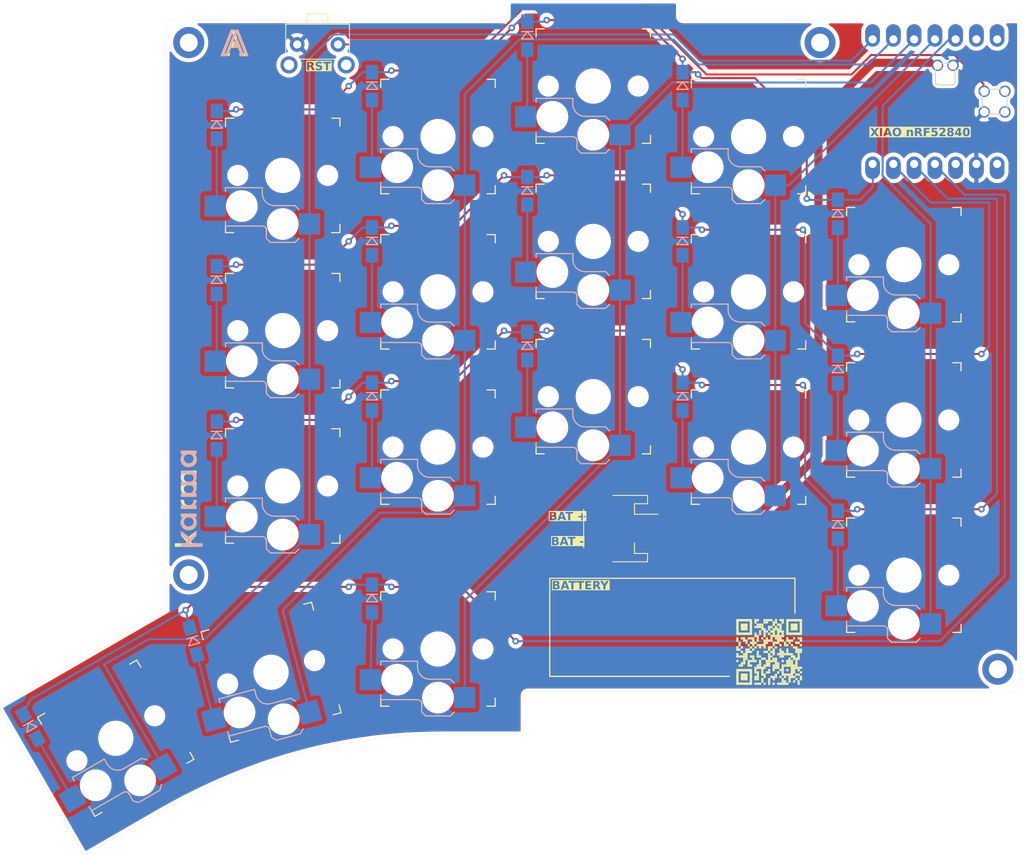
<source format=kicad_pcb>
(kicad_pcb (version 20221018) (generator pcbnew)
  (title_block (title "Karma Wireless Split Ergonomic Keyboard") (date "2023-04-08") (rev "0.3"))
  (layers (0 "F.Cu" signal) (31 "B.Cu" signal) (34 "B.Paste" user) (35 "F.Paste" user) (36 "B.SilkS" user "B.Silkscreen") (37 "F.SilkS" user "F.Silkscreen") (38 "B.Mask" user) (39 "F.Mask" user) (44 "Edge.Cuts" user))
  (net 0 "")
  (net 1 "ROW0_R")
  (net 2 "Net-(DR1-A)")
  (net 3 "Net-(DR2-A)")
  (net 4 "Net-(DR3-A)")
  (net 5 "Net-(DR4-A)")
  (net 6 "Net-(DR5-A)")
  (net 7 "ROW1_R")
  (net 8 "Net-(DR6-A)")
  (net 9 "Net-(DR7-A)")
  (net 10 "Net-(DR8-A)")
  (net 11 "Net-(DR9-A)")
  (net 12 "Net-(DR10-A)")
  (net 13 "ROW2_R")
  (net 14 "Net-(DR11-A)")
  (net 15 "Net-(DR12-A)")
  (net 16 "Net-(DR13-A)")
  (net 17 "Net-(DR14-A)")
  (net 18 "Net-(DR15-A)")
  (net 19 "ROW3_R")
  (net 20 "Net-(DR16-A)")
  (net 21 "Net-(DR17-A)")
  (net 22 "Net-(DR18-A)")
  (net 23 "VBAT_R")
  (net 24 "GND_R")
  (net 25 "RESET_R")
  (net 26 "COL4_R")
  (net 27 "COL3_R")
  (net 28 "COL2_R")
  (net 29 "COL1_R")
  (net 30 "COL0_R")
  (footprint "karmalib:Kailh_Socket_PG1350_Optional" (layer "F.Cu") (at 90.445625 47.365)
    (fp_text reference "SWR2" hide)
    (fp_text value "SW_Push_45deg")
  )
  (footprint "karmalib:Kailh_Socket_PG1350_Optional" (layer "F.Cu") (at 147.445625 82.04)
    (fp_text reference "SWR10" hide)
    (fp_text value "SW_Push_45deg")
  )
  (footprint "karmalib:Kailh_Socket_PG1350_Optional" (layer "F.Cu") (at 90.445625 66.365)
    (fp_text reference "SWR7" hide)
    (fp_text value "SW_Push_45deg")
  )
  (footprint "MountingHole:MountingHole_2.2mm_M2_DIN965_Pad" (layer "F.Cu") (at 59.945625 101.001)
    (fp_text reference "REF**" hide)
    (fp_text value "MountingHole_2.2mm_M2_DIN965_Pad" hide)
  )
  (footprint "MountingHole:MountingHole_2.2mm_M2_DIN965_Pad" (layer "F.Cu") (at 137.195625 35.865)
    (fp_text reference "REF**" hide)
    (fp_text value "MountingHole_2.2mm_M2_DIN965_Pad" hide)
  )
  (footprint "karmalib:Kailh_Socket_PG1350_Optional" (layer "F.Cu") (at 90.445625 110.065)
    (fp_text reference "SWR18" hide)
    (fp_text value "SW_Push_45deg")
  )
  (footprint "karmalib:Kailh_Socket_PG1350_Optional" (layer "F.Cu") (at 128.445625 47.365)
    (fp_text reference "SWR4" hide)
    (fp_text value "SW_Push_45deg")
  )
  (footprint "karmalib:Kailh_Socket_PG1350_Optional" (layer "F.Cu") (at 71.445625 71.115)
    (fp_text reference "SWR6" hide)
    (fp_text value "SW_Push_45deg")
  )
  (footprint "karmalib:Kailh_Socket_PG1350_Optional" (layer "F.Cu") (at 109.445625 79.19)
    (fp_text reference "SWR13" hide)
    (fp_text value "SW_Push_45deg")
  )
  (footprint "karmalib:Kailh_Socket_PG1350_Optional" (layer "F.Cu") (at 128.445625 66.365)
    (fp_text reference "SWR9" hide)
    (fp_text value "SW_Push_45deg")
  )
  (footprint "karmalib:Kailh_Socket_PG1350_Optional" (layer "F.Cu") (at 70.020625 112.915 15)
    (fp_text reference "SWR17" hide)
    (fp_text value "SW_Push_45deg")
  )
  (footprint "karmalib:Kailh_Socket_PG1350_Optional" (layer "F.Cu") (at 90.445625 85.365)
    (fp_text reference "SWR12" hide)
    (fp_text value "SW_Push_45deg")
  )
  (footprint "karmalib:SKHLLCA010" (layer "F.Cu") (at 75.717625 37.34525)
    (fp_text reference "RSW2" hide)
    (fp_text value "SW_Push")
  )
  (footprint "karmalib:Kailh_Socket_PG1350_Optional" (layer "F.Cu") (at 109.445625 60.19)
    (fp_text reference "SWR8" hide)
    (fp_text value "SW_Push_45deg")
  )
  (footprint "karmalib:Kailh_Socket_PG1350_Optional" (layer "F.Cu") (at 147.445625 63.04)
    (fp_text reference "SWR5" hide)
    (fp_text value "SW_Push_45deg")
  )
  (footprint "karmalib:JST_PH_S2B-PH-SM4-TB" (layer "F.Cu") (at 112.777625 95.336 -90)
    (fp_text reference "J2" hide)
    (fp_text value "BAT")
  )
  (footprint "MountingHole:MountingHole_2.2mm_M2_DIN965_Pad" (layer "F.Cu") (at 158.945625 112.54)
    (fp_text reference "REF**" hide)
    (fp_text value "MountingHole_2.2mm_M2_DIN965_Pad" hide)
  )
  (footprint "karmalib:XIAO_nRF52840_SMD_Cutout" (layer "F.Cu") (at 151.245625 43.09 -90)
    (fp_text reference "U2" hide)
    (fp_text value "xiao-ble" hide)
    (fp_line (start -4.699 -0.7488) (end -4.699 -1.7902) (stroke (width 0.12)) (layer "Edge.Cuts"))
    (fp_line (start -4.0132 -2.476) (end -2.413 -2.476) (stroke (width 0.12)) (layer "Edge.Cuts"))
    (fp_line (start -2.413 -0.063) (end -4.0132 -0.063) (stroke (width 0.12)) (layer "Edge.Cuts"))
    (fp_line (start -2.032 -2.095) (end -2.032 -0.444) (stroke (width 0.12)) (layer "Edge.Cuts"))
    (fp_line (start -1.524 -6.4638) (end -1.524 -8.1402) (stroke (width 0.12)) (layer "Edge.Cuts"))
    (fp_line (start -0.8382 -8.826) (end 0.8382 -8.826) (stroke (width 0.12)) (layer "Edge.Cuts"))
    (fp_line (start -0.8382 -5.778) (end 0.8382 -5.778) (stroke (width 0.12)) (layer "Edge.Cuts"))
    (fp_line (start 1.524 -6.4638) (end 1.524 -8.1402) (stroke (width 0.12)) (layer "Edge.Cuts"))
    (fp_arc (start -4.699 -0.7488) (mid -4.095391 -0.666609) (end -4.0132 -0.063) (stroke (width 0.12)) (layer "Edge.Cuts"))
    (fp_arc (start -4.0132 -2.476) (mid -4.095391 -1.872391) (end -4.699 -1.7902) (stroke (width 0.12)) (layer "Edge.Cuts"))
    (fp_arc (start -2.413 -2.476) (mid -2.143592 -2.364408) (end -2.032 -2.095) (stroke (width 0.12)) (layer "Edge.Cuts"))
    (fp_arc (start -2.032 -0.444) (mid -2.143592 -0.174592) (end -2.413 -0.063) (stroke (width 0.12)) (layer "Edge.Cuts"))
    (fp_arc (start -1.524 -6.4638) (mid -0.920391 -6.381609) (end -0.8382 -5.778) (stroke (width 0.12)) (layer "Edge.Cuts"))
    (fp_arc (start -0.8382 -8.826) (mid -0.920391 -8.222391) (end -1.524 -8.1402) (stroke (width 0.12)) (layer "Edge.Cuts"))
    (fp_arc (start 0.8382 -5.778) (mid 0.920391 -6.381609) (end 1.524 -6.4638) (stroke (width 0.12)) (layer "Edge.Cuts"))
    (fp_arc (start 1.524 -8.1402) (mid 0.920393 -8.222393) (end 0.8382 -8.826) (stroke (width 0.12)) (layer "Edge.Cuts"))
  )
  (footprint "karmalib:Kailh_Socket_PG1350_Optional" (layer "F.Cu") (at 71.445625 90.115)
    (fp_text reference "SWR11" hide)
    (fp_text value "SW_Push_45deg")
  )
  (footprint "MountingHole:MountingHole_2.2mm_M2_DIN965_Pad" (layer "F.Cu") (at 59.945625 35.865)
    (fp_text reference "REF**" hide)
    (fp_text value "MountingHole_2.2mm_M2_DIN965_Pad" hide)
  )
  (footprint "karmalib:Kailh_Socket_PG1350_Optional" (layer "F.Cu") (at 128.445625 85.365)
    (fp_text reference "SWR14" hide)
    (fp_text value "SW_Push_45deg")
  )
  (footprint "karmalib:Kailh_Socket_PG1350_Optional" (layer "F.Cu") (at 147.445625 101.04)
    (fp_text reference "SWR15" hide)
    (fp_text value "SW_Push_45deg")
  )
  (footprint "karmalib:Kailh_Socket_PG1350_Optional" (layer "F.Cu") (at 51.020625 120.99 30)
    (fp_text reference "SWR16" hide)
    (fp_text value "SW_Push_45deg")
  )
  (footprint "karmalib:Kailh_Socket_PG1350_Optional" (layer "F.Cu") (at 109.445625 41.19)
    (fp_text reference "SWR3" hide)
    (fp_text value "SW_Push_45deg")
  )
  (footprint "karmalib:Kailh_Socket_PG1350_Optional" (layer "F.Cu") (at 71.445625 52.115)
    (fp_text reference "SWR1" hide)
    (fp_text value "SW_Push_45deg")
  )
  (footprint "karmalib:Diode_SOD123" (layer "B.Cu") (at 139.370625 75.865 -90)
    (fp_text reference "DR10" hide)
    (fp_text value "D_Small" hide)
  )
  (footprint "karmalib:Diode_SOD123" (layer "B.Cu") (at 101.370625 54.015 -90)
    (fp_text reference "DR8" hide)
    (fp_text value "D_Small" hide)
  )
  (footprint "karmalib:Diode_SOD123" (layer "B.Cu") (at 101.370625 35.015 -90)
    (fp_text reference "DR3" hide)
    (fp_text value "D_Small" hide)
  )
  (footprint "karmalib:Diode_SOD123" (layer "B.Cu") (at 120.370625 60.19 -90)
    (fp_text reference "DR9" hide)
    (fp_text value "D_Small" hide)
  )
  (footprint "karmalib:Diode_SOD123" (layer "B.Cu") (at 120.370625 41.19 -90)
    (fp_text reference "DR4" hide)
    (fp_text value "D_Small" hide)
  )
  (footprint "karmalib:Diode_SOD123" (layer "B.Cu") (at 139.370625 94.865 -90)
    (fp_text reference "DR15" hide)
    (fp_text value "D_Small" hide)
  )
  (footprint "karmalib:Diode_SOD123" (layer "B.Cu") (at 63.370625 64.94 -90)
    (fp_text reference "DR6" hide)
    (fp_text value "D_Small" hide)
  )
  (footprint "karmalib:Diode_SOD123" (layer "B.Cu") (at 63.370625 83.94 -90)
    (fp_text reference "DR11" hide)
    (fp_text value "D_Small" hide)
  )
  (footprint "karmalib:Diode_SOD123" (layer "B.Cu") (at 139.370625 56.8125 -90)
    (fp_text reference "DR5" hide)
    (fp_text value "D_Small" hide)
  )
  (footprint "karmalib:Diode_SOD123" (layer "B.Cu") (at 40.570625 119.565 -60)
    (fp_text reference "DR16" hide)
    (fp_text value "D_Small" hide)
  )
  (footprint "karmalib:Diode_SOD123" (layer "B.Cu") (at 82.370625 103.89 -90)
    (fp_text reference "DR18" hide)
    (fp_text value "D_Small" hide)
  )
  (footprint "karmalib:Diode_SOD123" (layer "B.Cu") (at 101.370625 73 -90)
    (fp_text reference "DR13" hide)
    (fp_text value "D_Small" hide)
  )
  (footprint "karmalib:Diode_SOD123" (layer "B.Cu") (at 82.370625 79.19 -90)
    (fp_text reference "DR12" hide)
    (fp_text value "D_Small" hide)
  )
  (footprint "karmalib:Diode_SOD123" (layer "B.Cu") (at 82.370625 41.19 -90)
    (fp_text reference "DR2" hide)
    (fp_text value "D_Small" hide)
  )
  (footprint "karmalib:Diode_SOD123" (layer "B.Cu") (at 60.520625 109.115 -75)
    (fp_text reference "DR17" hide)
    (fp_text value "D_Small" hide)
  )
  (footprint "karmalib:Diode_SOD123" (layer "B.Cu") (at 120.370625 79.19 -90)
    (fp_text reference "DR14" hide)
    (fp_text value "D_Small" hide)
  )
  (footprint "karmalib:Diode_SOD123" (layer "B.Cu") (at 63.370625 45.94 -90)
    (fp_text reference "DR1" hide)
    (fp_text value "D_Small" hide)
  )
  (footprint "karmalib:Diode_SOD123" (layer "B.Cu") (at 82.370625 60.19 -90)
    (fp_text reference "DR7" hide)
    (fp_text value "D_Small" hide)
  )
  (gr_poly (pts (xy 63.829779 37.521201) (xy 64.187616 37.521201) (xy 65.45538 34.269996) (xy 65.097543 34.269996)) (fill solid) (layer "B.SilkS"))
  (gr_poly (pts (xy 60.92159 86.817671) (xy 60.920835 86.79477) (xy 60.919577 86.772106) (xy 60.917816 86.74968) (xy 60.915551 86.727492) (xy 60.912784 86.705541) (xy 60.909513 86.683828) (xy 60.905739 86.662352) (xy 60.901462 86.641115) (xy 60.896682 86.620114) (xy 60.8914 86.599352) (xy 60.885614 86.578826) (xy 60.879324 86.558538) (xy 60.872532 86.538488) (xy 60.865237 86.518675) (xy 60.85744 86.4991) (xy 60.84915 86.479805) (xy 60.840386 86.460831) (xy 60.831146 86.442179) (xy 60.821432 86.423849) (xy 60.811242 86.405839) (xy 60.800577 86.388152) (xy 60.789437 86.370785) (xy 60.777822 86.35374) (xy 60.765732 86.337016) (xy 60.753167 86.320614) (xy 60.740127 86.304533) (xy 60.726612 86.288773) (xy 60.712621 86.273335) (xy 60.698156 86.258218) (xy 60.683216 86.243422) (xy 60.6678 86.228948) (xy 60.90037 86.228948) (xy 60.90037 85.781683) (xy 58.98966 85.781683) (xy 58.98966 86.207483) (xy 59.236544 86.207483) (xy 59.219814 86.221551) (xy 59.203615 86.236024) (xy 59.187947 86.250903) (xy 59.17281 86.266187) (xy 59.158204 86.281877) (xy 59.144129 86.297971) (xy 59.130585 86.314471) (xy 59.117572 86.331376) (xy 59.10509 86.348687) (xy 59.093139 86.366403) (xy 59.081719 86.384524) (xy 59.070831 86.403051) (xy 59.060474 86.421983) (xy 59.050648 86.44132) (xy 59.041353 86.461062) (xy 59.03259 86.48121) (xy 59.024358 86.501694) (xy 59.016657 86.522443) (xy 59.009487 86.543457) (xy 59.002848 86.564738) (xy 58.996741 86.586283) (xy 58.991164 86.608095) (xy 58.986119 86.630172) (xy 58.981605 86.652514) (xy 58.977621 86.675122) (xy 58.974169 86.697995) (xy 58.971248 86.721134) (xy 58.968858 86.744539) (xy 58.966999 86.768208) (xy 58.965672 86.792144) (xy 58.964875 86.816344) (xy 58.964609 86.84081) (xy 58.965085 86.875467) (xy 58.96651 86.909662) (xy 58.968886 86.943396) (xy 58.972213 86.976669) (xy 58.97649 87.00948) (xy 58.981717 87.04183) (xy 58.987895 87.073719) (xy 58.995023 87.105147) (xy 59.003101 87.136113) (xy 59.012129 87.166618) (xy 59.022108 87.196662) (xy 59.033037 87.226245) (xy 59.044917 87.255366) (xy 59.057746 87.284026) (xy 59.071526 87.312225) (xy 59.086256 87.339963) (xy 59.101857 87.367092) (xy 59.11824 87.393466) (xy 59.135405 87.419085) (xy 59.153353 87.44395) (xy 59.172083 87.46806) (xy 59.191595 87.491416) (xy 59.211891 87.514017) (xy 59.232968 87.535863) (xy 59.254829 87.556955) (xy 59.277472 87.577291) (xy 59.300898 87.596873) (xy 59.325107 87.615701) (xy 59.3501 87.633773) (xy 59.375875 87.651091) (xy 59.402433 87.667654) (xy 59.429775 87.683462) (xy 59.457783 87.698411) (xy 59.48635 87.712395) (xy 59.515477 87.725415) (xy 59.545163 87.73747) (xy 59.575408 87.748561) (xy 59.606212 87.758687) (xy 59.637576 87.767849) (xy 59.669499 87.776047) (xy 59.701981 87.78328) (xy 59.735022 87.789548) (xy 59.768623 87.794853) (xy 59.802783 87.799192) (xy 59.837502 87.802568) (xy 59.87278 87.804979) (xy 59.908618 87.806425) (xy 59.945015 87.806908) (xy 59.945015 87.356066) (xy 59.911875 87.355444) (xy 59.879547 87.353578) (xy 59.848029 87.350468) (xy 59.817322 87.346114) (xy 59.787425 87.340516) (xy 59.758339 87.333674) (xy 59.730064 87.325588) (xy 59.702599 87.316258) (xy 59.675945 87.305684) (xy 59.650102 87.293866) (xy 59.625069 87.280804) (xy 59.600848 87.266498) (xy 59.577437 87.250949) (xy 59.554837 87.234155) (xy 59.533048 87.216117) (xy 59.51207 87.196835) (xy 59.492135 87.17659) (xy 59.473487 87.15566) (xy 59.456126 87.134045) (xy 59.440051 87.111745) (xy 59.425262 87.08876) (xy 59.411759 87.065089) (xy 59.399543 87.040734) (xy 59.388613 87.015694) (xy 59.378969 86.989969) (xy 59.370611 86.963559) (xy 59.363539 86.936464) (xy 59.357753 86.908685) (xy 59.353253 86.88022) (xy 59.350039 86.85107) (xy 59.34811 86.821236) (xy 59.347467 86.790717) (xy 59.34811 86.760191) (xy 59.350039 86.730336) (xy 59.353253 86.701152) (xy 59.357753 86.672639) (xy 59.363539 86.644797) (xy 59.370611 86.617626) (xy 59.378969 86.591126) (xy 59.388613 86.565296) (xy 59.399543 86.540138) (xy 59.411759 86.51565) (xy 59.425262 86.491833) (xy 59.440051 86.468687) (xy 59.456126 86.446212) (xy 59.473487 86.424408) (xy 59.492135 86.403274) (xy 59.51207 86.382812) (xy 59.533048 86.363314) (xy 59.554837 86.345073) (xy 59.577437 86.328091) (xy 59.600848 86.312367) (xy 59.625069 86.297901) (xy 59.650102 86.284693) (xy 59.675945 86.272743) (xy 59.702599 86.262051) (xy 59.730064 86.252616) (xy 59.758339 86.24444) (xy 59.787425 86.237521) (xy 59.817322 86.231861) (xy 59.848029 86.227458) (xy 59.879547 86.224314) (xy 59.911875 86.222427) (xy 59.945015 86.221798) (xy 59.978156 86.222427) (xy 60.010486 86.224314) (xy 60.042004 86.227458) (xy 60.072712 86.231861) (xy 60.102608 86.237521) (xy 60.131693 86.24444) (xy 60.159968 86.252616) (xy 60.187432 86.262051) (xy 60.214085 86.272743) (xy 60.239928 86.284693) (xy 60.264961 86.297901) (xy 60.289183 86.312367) (xy 60.312596 86.328091) (xy 60.335198 86.345073) (xy 60.35699 86.363314) (xy 60.377973 86.382812) (xy 60.397903 86.403274) (xy 60.416547 86.424408) (xy 60.433906 86.446212) (xy 60.449979 86.468687) (xy 60.464766 86.491833) (xy 60.478267 86.51565) (xy 60.490483 86.540138) (xy 60.501413 86.565296) (xy 60.511057 86.591126) (xy 60.519416 86.617626) (xy 60.526488 86.644797) (xy 60.532275 86.672639) (xy 60.536775 86.701152) (xy 60.53999 86.730336) (xy 60.541919 86.760191) (xy 60.542562 86.790717) (xy 60.541919 86.821236) (xy 60.53999 86.85107) (xy 60.536775 86.88022) (xy 60.532275 86.908685) (xy 60.526488 86.936464) (xy 60.519416 86.963559) (xy 60.511057 86.989969) (xy 60.501413 87.015694) (xy 60.490483 87.040734) (xy 60.478267 87.065089) (xy 60.464766 87.08876) (xy 60.449979 87.111745) (xy 60.433906 87.134045) (xy 60.416547 87.15566) (xy 60.397903 87.17659) (xy 60.377973 87.196835) (xy 60.35699 87.216117) (xy 60.335198 87.234155) (xy 60.312596 87.250949) (xy 60.289183 87.266498) (xy 60.264961 87.280804) (xy 60.239928 87.293866) (xy 60.214085 87.305684) (xy 60.187432 87.316258) (xy 60.159968 87.325588) (xy 60.131693 87.333674) (xy 60.102608 87.340516) (xy 60.072712 87.346114) (xy 60.042004 87.350468) (xy 60.010486 87.353578) (xy 59.978156 87.355444) (xy 59.945015 87.356066) (xy 59.945015 87.806908) (xy 59.981404 87.806425) (xy 60.017221 87.804979) (xy 60.052464 87.802568) (xy 60.087133 87.799192) (xy 60.12123 87.794853) (xy 60.154753 87.789548) (xy 60.187703 87.78328) (xy 60.22008 87.776047) (xy 60.251884 87.767849) (xy 60.283115 87.758687) (xy 60.313773 87.748561) (xy 60.343858 87.73747) (xy 60.373371 87.725415) (xy 60.40231 87.712395) (xy 60.430677 87.698411) (xy 60.458472 87.683462) (xy 60.485593 87.667654) (xy 60.511946 87.651091) (xy 60.53753 87.633773) (xy 60.562346 87.615701) (xy 60.586393 87.596873) (xy 60.609672 87.577291) (xy 60.632182 87.556955) (xy 60.653923 87.535863) (xy 60.674896 87.514017) (xy 60.6951 87.491416) (xy 60.714536 87.46806) (xy 60.733202 87.44395) (xy 60.7511 87.419085) (xy 60.76823 87.393466) (xy 60.78459 87.367092) (xy 60.800182 87.339963) (xy 60.814914 87.312225) (xy 60.828696 87.284026) (xy 60.841527 87.255366) (xy 60.853408 87.226245) (xy 60.864338 87.196662) (xy 60.874318 87.166618) (xy 60.883348 87.136113) (xy 60.891426 87.105147) (xy 60.898555 87.073719) (xy 60.904733 87.04183) (xy 60.909961 87.00948) (xy 60.914238 86.976669) (xy 60.917564 86.943396) (xy 60.91994 86.909662) (xy 60.921366 86.875467) (xy 60.921841 86.84081)) (fill solid) (layer "B.SilkS"))
  (gr_poly (pts (xy 60.496053 91.814415) (xy 60.498566 91.828558) (xy 60.500745 91.842367) (xy 60.50259 91.85584) (xy 60.5041 91.868979) (xy 60.505276 91.881782) (xy 60.506116 91.894249) (xy 60.506621 91.906381) (xy 60.506789 91.918178) (xy 60.506195 91.950381) (xy 60.504412 91.981689) (xy 60.501441 92.012103) (xy 60.497282 92.041623) (xy 60.491935 92.070248) (xy 60.4854 92.097978) (xy 60.477676 92.124815) (xy 60.468765 92.150756) (xy 60.458666 92.175804) (xy 60.447379 92.199956) (xy 60.434904 92.223214) (xy 60.421242 92.245578) (xy 60.406392 92.267047) (xy 60.390355 92.287621) (xy 60.37313 92.307301) (xy 60.354718 92.326086) (xy 60.335184 92.34385) (xy 60.314601 92.360469) (xy 60.292971 92.375941) (xy 60.270292 92.390267) (xy 60.246566 92.403447) (xy 60.221791 92.415481) (xy 60.195968 92.426369) (xy 60.169097 92.436111) (xy 60.141177 92.444706) (xy 60.112209 92.452156) (xy 60.082193 92.458459) (xy 60.051129 92.463617) (xy 60.019016 92.467628) (xy 59.985854 92.470493) (xy 59.951644 92.472212) (xy 59.916386 92.472785) (xy 58.98966 92.472785) (xy 58.98966 92.920055) (xy 60.90037 92.920055) (xy 60.90037 92.494257) (xy 60.621278 92.494257) (xy 60.63977 92.481894) (xy 60.657675 92.468958) (xy 60.674992 92.45545) (xy 60.691723 92.441368) (xy 60.707866 92.426713) (xy 60.723423 92.411485) (xy 60.738392 92.395683) (xy 60.752775 92.379309) (xy 60.76657 92.362362) (xy 60.779778 92.344842) (xy 60.7924 92.326749) (xy 60.804434 92.308082) (xy 60.815881 92.288843) (xy 60.826741 92.26903) (xy 60.837014 92.248645) (xy 60.846701 92.227686) (xy 60.8558 92.206155) (xy 60.864312 92.18405) (xy 60.872237 92.161372) (xy 60.879575 92.138122) (xy 60.886326 92.114298) (xy 60.892489 92.089901) (xy 60.903056 92.039388) (xy 60.911275 91.986583) (xy 60.917145 91.931486) (xy 60.920667 91.874096) (xy 60.921841 91.814415)) (fill solid) (layer "B.SilkS"))
  (gr_poly (pts (xy 64.185393 37.521213) (xy 64.363266 37.521213) (xy 64.502899 37.163113) (xy 64.325046 37.163072)) (fill solid) (layer "B.SilkS"))
  (gr_poly (pts (xy 65.292755 36.5052) (xy 65.971366 36.5052) (xy 66.369777 37.5212) (xy 66.725377 37.5212) (xy 65.814171 35.184401)) (fill solid) (layer "B.SilkS"))
  (gr_poly (pts (xy 64.363179 37.521201) (xy 64.721016 37.521201) (xy 65.98878 34.269996) (xy 65.630943 34.269996)) (fill solid) (layer "B.SilkS"))
  (gr_poly (pts (xy 66.90094 37.521201) (xy 67.258777 37.521201) (xy 65.991012 34.269996) (xy 65.633176 34.269996)) (fill solid) (layer "B.SilkS"))
  (gr_poly (pts (xy 60.041637 97.124358) (xy 60.90037 96.197622) (xy 60.90037 95.660901) (xy 60.098868 96.458827) (xy 58.98966 95.58576) (xy 58.98966 96.129639) (xy 59.809041 96.791591) (xy 59.494177 97.124358) (xy 58.98966 97.124358) (xy 58.98966 97.571624) (xy 61.644627 97.571624) (xy 61.644627 97.124358)) (fill solid) (layer "B.SilkS"))
  (gr_poly (pts (xy 60.92159 94.542855) (xy 60.920835 94.519953) (xy 60.919577 94.497289) (xy 60.917816 94.474863) (xy 60.915551 94.452674) (xy 60.912784 94.430723) (xy 60.909513 94.40901) (xy 60.905739 94.387534) (xy 60.901462 94.366296) (xy 60.896682 94.345295) (xy 60.8914 94.324533) (xy 60.885614 94.304007) (xy 60.879324 94.28372) (xy 60.872532 94.26367) (xy 60.865237 94.243858) (xy 60.85744 94.224284) (xy 60.84915 94.204988) (xy 60.840386 94.186014) (xy 60.831146 94.167361) (xy 60.821432 94.14903) (xy 60.811242 94.131021) (xy 60.800577 94.113332) (xy 60.789437 94.095965) (xy 60.777822 94.07892) (xy 60.765732 94.062196) (xy 60.753167 94.045794) (xy 60.740127 94.029713) (xy 60.726612 94.013954) (xy 60.712621 93.998516) (xy 60.698156 93.9834) (xy 60.683216 93.968605) (xy 60.6678 93.954132) (xy 60.90037 93.954132) (xy 60.90037 93.506866) (xy 58.98966 93.506866) (xy 58.98966 93.932667) (xy 59.236544 93.932667) (xy 59.219814 93.946735) (xy 59.203615 93.961208) (xy 59.187947 93.976087) (xy 59.17281 93.991371) (xy 59.158204 94.00706) (xy 59.144129 94.023155) (xy 59.130585 94.039655) (xy 59.117572 94.05656) (xy 59.10509 94.073871) (xy 59.093139 94.091586) (xy 59.081719 94.109708) (xy 59.070831 94.128234) (xy 59.060474 94.147166) (xy 59.050648 94.166503) (xy 59.041353 94.186246) (xy 59.03259 94.206394) (xy 59.024358 94.226877) (xy 59.016657 94.247626) (xy 59.009487 94.26864) (xy 59.002848 94.28992) (xy 58.996741 94.311466) (xy 58.991164 94.333277) (xy 58.986119 94.355353) (xy 58.981605 94.377695) (xy 58.977621 94.400303) (xy 58.974169 94.423176) (xy 58.971248 94.446315) (xy 58.968858 94.469719) (xy 58.966999 94.493389) (xy 58.965672 94.517325) (xy 58.964875 94.541527) (xy 58.964609 94.565994) (xy 58.965085 94.60065) (xy 58.96651 94.634845) (xy 58.968886 94.668579) (xy 58.972213 94.701852) (xy 58.97649 94.734663) (xy 58.981717 94.767013) (xy 58.987895 94.798902) (xy 58.995023 94.830329) (xy 59.003101 94.861295) (xy 59.012129 94.8918) (xy 59.022108 94.921844) (xy 59.033037 94.951426) (xy 59.044917 94.980547) (xy 59.057746 95.009207) (xy 59.071526 95.037406) (xy 59.086256 95.065143) (xy 59.101857 95.092272) (xy 59.11824 95.118647) (xy 59.135405 95.144267) (xy 59.153353 95.169132) (xy 59.172083 95.193243) (xy 59.191595 95.216599) (xy 59.211891 95.2392) (xy 59.232968 95.261046) (xy 59.254829 95.282138) (xy 59.277472 95.302475) (xy 59.300898 95.322057) (xy 59.325107 95.340884) (xy 59.3501 95.358957) (xy 59.375875 95.376275) (xy 59.402433 95.392838) (xy 59.429775 95.408646) (xy 59.457783 95.423594) (xy 59.48635 95.437578) (xy 59.515477 95.450597) (xy 59.545163 95.462652) (xy 59.575408 95.473743) (xy 59.606212 95.483869) (xy 59.637576 95.493032) (xy 59.669499 95.501229) (xy 59.701981 95.508462) (xy 59.735022 95.514731) (xy 59.768623 95.520036) (xy 59.802783 95.524376) (xy 59.837502 95.527751) (xy 59.87278 95.530162) (xy 59.908618 95.531609) (xy 59.945015 95.532091) (xy 59.945015 95.081243) (xy 59.911875 95.080622) (xy 59.879547 95.078756) (xy 59.848029 95.075646) (xy 59.817322 95.071292) (xy 59.787425 95.065694) (xy 59.758339 95.058852) (xy 59.730064 95.050767) (xy 59.702599 95.041437) (xy 59.675945 95.030864) (xy 59.650102 95.019046) (xy 59.625069 95.005985) (xy 59.600848 94.99168) (xy 59.577437 94.97613) (xy 59.554837 94.959337) (xy 59.533048 94.9413) (xy 59.51207 94.922019) (xy 59.492135 94.901773) (xy 59.473487 94.880842) (xy 59.456126 94.859226) (xy 59.440051 94.836926) (xy 59.425262 94.81394) (xy 59.411759 94.79027) (xy 59.399543 94.765915) (xy 59.388613 94.740875) (xy 59.378969 94.715151) (xy 59.370611 94.688741) (xy 59.363539 94.661647) (xy 59.357753 94.633867) (xy 59.353253 94.605403) (xy 59.350039 94.576254) (xy 59.34811 94.546419) (xy 59.347467 94.5159) (xy 59.34811 94.485374) (xy 59.350039 94.455519) (xy 59.353253 94.426335) (xy 59.357753 94.397821) (xy 59.363539 94.369979) (xy 59.370611 94.342808) (xy 59.378969 94.316308) (xy 59.388613 94.290479) (xy 59.399543 94.26532) (xy 59.411759 94.240833) (xy 59.425262 94.217016) (xy 59.440051 94.19387) (xy 59.456126 94.171396) (xy 59.473487 94.149591) (xy 59.492135 94.128458) (xy 59.51207 94.107996) (xy 59.533048 94.088497) (xy 59.554837 94.070257) (xy 59.577437 94.053274) (xy 59.600848 94.03755) (xy 59.625069 94.023083) (xy 59.650102 94.009874) (xy 59.675945 93.997924) (xy 59.702599 93.987231) (xy 59.730064 93.977796) (xy 59.758339 93.969619) (xy 59.787425 93.9627) (xy 59.817322 93.957039) (xy 59.848029 93.952636) (xy 59.879547 93.949491) (xy 59.911875 93.947604) (xy 59.945015 93.946975) (xy 59.978156 93.947604) (xy 60.010486 93.949491) (xy 60.042004 93.952636) (xy 60.072712 93.957039) (xy 60.102608 93.9627) (xy 60.131693 93.969619) (xy 60.159968 93.977796) (xy 60.187432 93.987231) (xy 60.214085 93.997924) (xy 60.239928 94.009874) (xy 60.264961 94.023083) (xy 60.289183 94.03755) (xy 60.312596 94.053274) (xy 60.335198 94.070257) (xy 60.35699 94.088497) (xy 60.377973 94.107996) (xy 60.397903 94.128458) (xy 60.416547 94.149591) (xy 60.433906 94.171396) (xy 60.449979 94.19387) (xy 60.464766 94.217016) (xy 60.478267 94.240833) (xy 60.490483 94.26532) (xy 60.501413 94.290479) (xy 60.511057 94.316308) (xy 60.519416 94.342808) (xy 60.526488 94.369979) (xy 60.532275 94.397821) (xy 60.536775 94.426335) (xy 60.53999 94.455519) (xy 60.541919 94.485374) (xy 60.542562 94.5159) (xy 60.541919 94.546419) (xy 60.53999 94.576254) (xy 60.536775 94.605403) (xy 60.532275 94.633867) (xy 60.526488 94.661647) (xy 60.519416 94.688741) (xy 60.511057 94.715151) (xy 60.501413 94.740875) (xy 60.490483 94.765915) (xy 60.478267 94.79027) (xy 60.464766 94.81394) (xy 60.449979 94.836926) (xy 60.433906 94.859226) (xy 60.416547 94.880842) (xy 60.397903 94.901773) (xy 60.377973 94.922019) (xy 60.35699 94.9413) (xy 60.335198 94.959337) (xy 60.312596 94.97613) (xy 60.289183 94.99168) (xy 60.264961 95.005985) (xy 60.239928 95.019046) (xy 60.214085 95.030864) (xy 60.187432 95.041437) (xy 60.159968 95.050767) (xy 60.131693 95.058852) (xy 60.102608 95.065694) (xy 60.072712 95.071292) (xy 60.042004 95.075646) (xy 60.010486 95.078756) (xy 59.978156 95.080622) (xy 59.945015 95.081243) (xy 59.945015 95.532091) (xy 59.981404 95.531609) (xy 60.017221 95.530162) (xy 60.052464 95.527751) (xy 60.087133 95.524376) (xy 60.12123 95.520036) (xy 60.154753 95.514731) (xy 60.187703 95.508462) (xy 60.22008 95.501229) (xy 60.251884 95.493032) (xy 60.283115 95.483869) (xy 60.313773 95.473743) (xy 60.343858 95.462652) (xy 60.373371 95.450597) (xy 60.40231 95.437578) (xy 60.430677 95.423594) (xy 60.458472 95.408646) (xy 60.485593 95.392838) (xy 60.511946 95.376275) (xy 60.53753 95.358957) (xy 60.562346 95.340884) (xy 60.586393 95.322057) (xy 60.609672 95.302475) (xy 60.632182 95.282138) (xy 60.653923 95.261046) (xy 60.674896 95.2392) (xy 60.6951 95.216599) (xy 60.714536 95.193243) (xy 60.733202 95.169132) (xy 60.7511 95.144267) (xy 60.76823 95.118647) (xy 60.78459 95.092272) (xy 60.800182 95.065143) (xy 60.814914 95.037406) (xy 60.828696 95.009207) (xy 60.841527 94.980547) (xy 60.853408 94.951426) (xy 60.864338 94.921844) (xy 60.874318 94.8918) (xy 60.883348 94.861295) (xy 60.891426 94.830329) (xy 60.898555 94.798902) (xy 60.904733 94.767013) (xy 60.909961 94.734663) (xy 60.914238 94.701852) (xy 60.917564 94.668579) (xy 60.91994 94.634845) (xy 60.921366 94.60065) (xy 60.921841 94.565994)) (fill solid) (layer "B.SilkS"))
  (gr_poly (pts (xy 60.921024 88.978884) (xy 60.918571 88.935472) (xy 60.914482 88.893233) (xy 60.908758 88.852169) (xy 60.901399 88.812278) (xy 60.892405 88.773562) (xy 60.881776 88.73602) (xy 60.869511 88.699651) (xy 60.855611 88.664457) (xy 60.840076 88.630437) (xy 60.822905 88.59759) (xy 60.8041 88.565918) (xy 60.783659 88.53542) (xy 60.761583 88.506096) (xy 60.737872 88.477946) (xy 60.712526 88.45097) (xy 60.685542 88.425407) (xy 60.656923 88.401492) (xy 60.626669 88.379227) (xy 60.594779 88.35861) (xy 60.561254 88.339643) (xy 60.526094 88.322326) (xy 60.489299 88.306657) (xy 60.450869 88.292638) (xy 60.410803 88.280268) (xy 60.369103 88.269547) (xy 60.325768 88.260476) (xy 60.280797 88.253054) (xy 60.234192 88.247281) (xy 60.185952 88.243158) (xy 60.136077 88.240684) (xy 60.084567 88.239859) (xy 58.98966 88.239859) (xy 58.98966 88.687125) (xy 60.027309 88.687125) (xy 60.058136 88.687559) (xy 60.087998 88.688859) (xy 60.116896 88.691025) (xy 60.144829 88.694059) (xy 60.171797 88.697958) (xy 60.197802 88.702725) (xy 60.222841 88.708358) (xy 60.246916 88.714858) (xy 60.270027 88.722224) (xy 60.292173 88.730457) (xy 60.313355 88.739556) (xy 60.333572 88.749522) (xy 60.352824 88.760355) (xy 60.371111 88.772054) (xy 60.388434 88.784619) (xy 60.404793 88.798051) (xy 60.420175 88.812294) (xy 60.434565 88.827291) (xy 60.447963 88.843043) (xy 60.460368 88.859549) (xy 60.471781 88.876811) (xy 60.482202 88.894827) (xy 60.49163 88.913598) (xy 60.500066 88.933123) (xy 60.50751 88.953404) (xy 60.513961 88.974439) (xy 60.51942 88.996229) (xy 60.523886 89.018774) (xy 60.52736 89.042074) (xy 60.529841 89.066128) (xy 60.53133 89.090938) (xy 60.531826 89.116502) (xy 60.531246 89.14433) (xy 60.529506 89.17146) (xy 60.526606 89.19789) (xy 60.522546 89.223622) (xy 60.517326 89.248656) (xy 60.510946 89.27299) (xy 60.503406 89.296625) (xy 60.494707 89.319562) (xy 60.484847 89.3418) (xy 60.473827 89.363339) (xy 60.461647 89.384178) (xy 60.448307 89.404319) (xy 60.433807 89.423761) (xy 60.418147 89.442505) (xy 60.401327 89.460549) (xy 60.383347 89.477894) (xy 60.364286 89.494359) (xy 60.344234 89.509762) (xy 60.323189 89.524102) (xy 60.301152 89.53738) (xy 60.278124 89.549596) (xy 60.254103 89.56075) (xy 60.22909 89.570841) (xy 60.203085 89.57987) (xy 60.176088 89.587837) (xy 60.148099 89.594741) (xy 60.119118 89.600583) (xy 60.089144 89.605363) (xy 60.058179 89.609081) (xy 60.026221 89.611737) (xy 59.993271 89.61333) (xy 59.959329 89.613861) (xy 58.98966 89.613861) (xy 58.98966 90.061127) (xy 60.027309 90.061127) (xy 60.058136 90.06156) (xy 60.087998 90.06286) (xy 60.116896 90.065027) (xy 60.144829 90.06806) (xy 60.171797 90.07196) (xy 60.197802 90.076726) (xy 60.222841 90.08236) (xy 60.246916 90.088859) (xy 60.270027 90.096226) (xy 60.292173 90.104459) (xy 60.313355 90.113558) (xy 60.333572 90.123524) (xy 60.352824 90.134357) (xy 60.371111 90.146056) (xy 60.388434 90.158621) (xy 60.404793 90.172054) (xy 60.420175 90.186295) (xy 60.434565 90.201292) (xy 60.447963 90.217043) (xy 60.460368 90.23355) (xy 60.471781 90.250811) (xy 60.482202 90.268827) (xy 60.49163 90.287598) (xy 60.500066 90.307124) (xy 60.50751 90.327405) (xy 60.513961 90.34844) (xy 60.51942 90.37023) (xy 60.523886 90.392775) (xy 60.52736 90.416075) (xy 60.529841 90.44013) (xy 60.53133 90.464939) (xy 60.531826 90.490503) (xy 60.531253 90.518757) (xy 60.529534 90.546271) (xy 60.526669 90.573044) (xy 60.522658 90.599076) (xy 60.517501 90.624368) (xy 60.511197 90.648919) (xy 60.503748 90.672729) (xy 60.495152 90.695798) (xy 60.485411 90.718127) (xy 60.474523 90.739714) (xy 60.462489 90.760561) (xy 60.44931 90.780668) (xy 60.434984 90.800033) (xy 60.419512 90.818658) (xy 60.402894 90.836542) (xy 60.38513 90.853685) (xy 60.366273 90.869934) (xy 60.346383 90.885134) (xy 60.325458 90.899286) (xy 60.303499 90.912389) (xy 60.280507 90.924444) (xy 60.25648 90.935451) (xy 60.231419 90.94541) (xy 60.205323 90.95432) (xy 60.178194 90.962182) (xy 60.15003 90.968995) (xy 60.120832 90.97476) (xy 60.0906 90.979477) (xy 60.059334 90.983146) (xy 60.027033 90.985767) (xy 59.993698 90.987339) (xy 59.959329 90.987863) (xy 58.98966 90.987863) (xy 58.98966 91.435129) (xy 60.90037 91.435129) (xy 60.90037 91.009335) (xy 60.657064 91.009335) (xy 60.672928 90.995706) (xy 60.688316 90.981659) (xy 60.703229 90.967193) (xy 60.717667 90.952307) (xy 60.731629 90.937002) (xy 60.745116 90.921277) (xy 60.758128 90.905134) (xy 60.770665 90.888571) (xy 60.782727 90.871588) (xy 60.794314 90.854187) (xy 60.805426 90.836366) (xy 60.816062 90.818126) (xy 60.826224 90.799467) (xy 60.835911 90.780388) (xy 60.845124 90.76089) (xy 60.853861 90.740972) (xy 60.862093 90.720705) (xy 60.869794 90.700159) (xy 60.876964 90.679333) (xy 60.883602 90.658228) (xy 60.88971 90.636843) (xy 60.895286 90.615179) (xy 60.900332 90.593235) (xy 60.904846 90.571011) (xy 60.908829 90.548509) (xy 60.912282 90.525726) (xy 60.915203 90.502664) (xy 60.917593 90.479323) (xy 60.919451 90.455702) (xy 60.920779 90.431802) (xy 60.921576 90.407621) (xy 60.921841 90.383162) (xy 60.921527 90.356515) (xy 60.920584 90.330245) (xy 60.919012 90.304352) (xy 60.916812 90.278837) (xy 60.913982 90.253699) (xy 60.910524 90.228938) (xy 60.906436 90.204555) (xy 60.90172 90.180549) (xy 60.896374 90.156921) (xy 60.890399 90.13367) (xy 60.883794 90.110796) (xy 60.876561 90.0883) (xy 60.868697 90.066181) (xy 60.860204 90.04444) (xy 60.851082 90.023076) (xy 60.841329 90.00209) (xy 60.830966 89.981565) (xy 60.820002 89.961585) (xy 60.808436 89.94215) (xy 60.79627 89.92326) (xy 60.783502 89.904915) (xy 60.770132 89.887115) (xy 60.756162 89.869861) (xy 60.741591 89.853151) (xy 60.726418 89.836986) (xy 60.710645 89.821367) (xy 60.69427 89.806292) (xy 60.677295 89.791763) (xy 60.659719 89.777779) (xy 60.641542 89.764339) (xy 60.622764 89.751445) (xy 60.603385 89.739096) (xy 60.621912 89.724071) (xy 60.639922 89.708515) (xy 60.657415 89.692428) (xy 60.674391 89.675809) (xy 60.69085 89.65866) (xy 60.706792 89.640979) (xy 60.722216 89.622767) (xy 60.737124 89.604024) (xy 60.751514 89.58475) (xy 60.765388 89.564944) (xy 60.778744 89.544608) (xy 60.791582 89.52374) (xy 60.803904 89.502341) (xy 60.815708 89.480411) (xy 60.826994 89.45795) (xy 60.837764 89.434957) (xy 60.847946 89.411546) (xy 60.857471 89.387827) (xy 60.866339 89.363801) (xy 60.874549 89.339467) (xy 60.882103 89.314825) (xy 60.889 89.289876) (xy 60.89524 89.264619) (xy 60.900824 89.239055) (xy 60.90575 89.213183) (xy 60.910019 89.187004) (xy 60.913631 89.160517) (xy 60.916587 89.133723) (xy 60.918886 89.106621) (xy 60.920528 89.079212) (xy 60.921513 89.051495) (xy 60.921841 89.023471)) (fill solid) (layer "B.SilkS"))
  (gr_poly (pts (xy 66.052272 37.163113) (xy 66.191904 37.521213) (xy 66.369778 37.521213) (xy 66.230125 37.163072)) (fill solid) (layer "B.SilkS"))
  (gr_poly (pts (xy 134.995625 109.73375) (xy 134.717813 109.73375) (xy 134.717813 109.455937) (xy 134.995625 109.455937)) (fill solid) (layer "F.SilkS"))
  (gr_poly (pts (xy 129.439375 108.6225) (xy 129.161563 108.6225) (xy 129.161563 108.344687) (xy 129.439375 108.344687)) (fill solid) (layer "F.SilkS"))
  (gr_poly (pts (xy 129.439375 110.011562) (xy 129.161563 110.011562) (xy 129.161563 109.73375) (xy 129.439375 109.73375)) (fill solid) (layer "F.SilkS"))
  (gr_poly (pts (xy 131.106251 112.789687) (xy 130.828438 112.789687) (xy 130.828438 112.511875) (xy 131.106251 112.511875)) (fill solid) (layer "F.SilkS"))
  (gr_poly (pts (xy 132.2175 108.900312) (xy 131.939688 108.900312) (xy 131.939688 108.6225) (xy 132.2175 108.6225)) (fill solid) (layer "F.SilkS"))
  (gr_poly (pts (xy 130.550625 110.567188) (xy 130.272813 110.567188) (xy 130.272813 110.289375) (xy 130.550625 110.289375)) (fill solid) (layer "F.SilkS"))
  (gr_poly (pts (xy 130.550625 113.345312) (xy 130.272813 113.345312) (xy 130.272813 113.0675) (xy 130.550625 113.0675)) (fill solid) (layer "F.SilkS"))
  (gr_line (start 104.122187 113.416874) (end 126.078437 113.416874) (stroke (width 0.15)) (layer "F.SilkS"))
  (gr_poly (pts (xy 133.884375 109.73375) (xy 133.606563 109.73375) (xy 133.606563 109.455937) (xy 133.884375 109.455937)) (fill solid) (layer "F.SilkS"))
  (gr_poly (pts (xy 129.717188 110.567188) (xy 129.439375 110.567188) (xy 129.439375 110.289375) (xy 129.717188 110.289375)) (fill solid) (layer "F.SilkS"))
  (gr_poly (pts (xy 130.550625 108.344687) (xy 130.272813 108.344687) (xy 130.272813 108.066875) (xy 130.550625 108.066875)) (fill solid) (layer "F.SilkS"))
  (gr_poly (pts (xy 131.384063 107.51125) (xy 131.106251 107.51125) (xy 131.106251 107.233437) (xy 131.384063 107.233437)) (fill solid) (layer "F.SilkS"))
  (gr_poly (pts (xy 131.384063 110.011562) (xy 131.106251 110.011562) (xy 131.106251 109.73375) (xy 131.384063 109.73375)) (fill solid) (layer "F.SilkS"))
  (gr_poly (pts (xy 130.272813 112.789687) (xy 129.995 112.789687) (xy 129.995 112.511875) (xy 130.272813 112.511875)) (fill solid) (layer "F.SilkS"))
  (gr_poly (pts (xy 134.995625 113.900937) (xy 134.717813 113.900937) (xy 134.717813 113.623125) (xy 134.995625 113.623125)) (fill solid) (layer "F.SilkS"))
  (gr_poly (pts (xy 129.717188 113.345312) (xy 129.439375 113.345312) (xy 129.439375 113.0675) (xy 129.717188 113.0675)) (fill solid) (layer "F.SilkS"))
  (gr_poly (pts (xy 67.270017 37.526801) (xy 66.91218 37.526801) (xy 65.644416 34.275595) (xy 66.002253 34.275595)) (fill solid) (layer "F.SilkS"))
  (gr_poly (pts (xy 129.717188 109.73375) (xy 129.439375 109.73375) (xy 129.439375 109.455937) (xy 129.717188 109.455937)) (fill solid) (layer "F.SilkS"))
  (gr_poly (pts (xy 130.550625 111.400625) (xy 130.272813 111.400625) (xy 130.272813 111.122812) (xy 130.550625 111.122812)) (fill solid) (layer "F.SilkS"))
  (gr_poly (pts (xy 133.32875 112.789687) (xy 133.050938 112.789687) (xy 133.050938 112.511875) (xy 133.32875 112.511875)) (fill solid) (layer "F.SilkS"))
  (gr_poly (pts (xy 128.88375 108.344687) (xy 126.939063 108.344687) (xy 126.939063 106.691703) (xy 127.230766 106.691703) (xy 127.230766 108.052984) (xy 128.592047 108.052984) (xy 128.592047 106.691703) (xy 127.230766 106.691703) (xy 126.939063 106.691703) (xy 126.939063 106.4) (xy 128.88375 106.4)) (fill solid) (layer "F.SilkS"))
  (gr_poly (pts (xy 131.661875 107.789062) (xy 131.384063 107.789062) (xy 131.384063 107.51125) (xy 131.661875 107.51125)) (fill solid) (layer "F.SilkS"))
  (gr_poly (pts (xy 131.661875 111.400625) (xy 131.384063 111.400625) (xy 131.384063 111.122812) (xy 131.661875 111.122812)) (fill solid) (layer "F.SilkS"))
  (gr_poly (pts (xy 131.106251 114.17875) (xy 130.828438 114.17875) (xy 130.828438 113.900937) (xy 131.106251 113.900937)) (fill solid) (layer "F.SilkS"))
  (gr_poly (pts (xy 131.939688 112.234062) (xy 131.661875 112.234062) (xy 131.661875 111.95625) (xy 131.939688 111.95625)) (fill solid) (layer "F.SilkS"))
  (gr_poly (pts (xy 130.272813 107.51125) (xy 129.995 107.51125) (xy 129.995 107.233437) (xy 130.272813 107.233437)) (fill solid) (layer "F.SilkS"))
  (gr_poly (pts (xy 129.161563 108.900312) (xy 128.88375 108.900312) (xy 128.88375 108.6225) (xy 129.161563 108.6225)) (fill solid) (layer "F.SilkS"))
  (gr_poly (pts (xy 132.495313 109.73375) (xy 132.2175 109.73375) (xy 132.2175 109.455937) (xy 132.495313 109.455937)) (fill solid) (layer "F.SilkS"))
  (gr_poly (pts (xy 130.272813 113.345312) (xy 129.995 113.345312) (xy 129.995 113.0675) (xy 130.272813 113.0675)) (fill solid) (layer "F.SilkS"))
  (gr_poly (pts (xy 128.605938 111.95625) (xy 128.328125 111.95625) (xy 128.328125 111.678437) (xy 128.605938 111.678437)) (fill solid) (layer "F.SilkS"))
  (gr_poly (pts (xy 133.606563 113.345312) (xy 133.32875 113.345312) (xy 133.32875 113.0675) (xy 133.606563 113.0675)) (fill solid) (layer "F.SilkS"))
  (gr_poly (pts (xy 134.44 109.455937) (xy 134.162188 109.455937) (xy 134.162188 109.178125) (xy 134.44 109.178125)) (fill solid) (layer "F.SilkS"))
  (gr_poly (pts (xy 131.661875 109.455937) (xy 131.384063 109.455937) (xy 131.384063 109.178125) (xy 131.661875 109.178125)) (fill solid) (layer "F.SilkS"))
  (gr_poly (pts (xy 131.939688 107.789062) (xy 131.661875 107.789062) (xy 131.661875 107.51125) (xy 131.939688 107.51125)) (fill solid) (layer "F.SilkS"))
  (gr_line (start 104.122187 113.416874) (end 104.122187 101.416874) (stroke (width 0.15)) (layer "F.SilkS"))
  (gr_poly (pts (xy 131.661875 114.456562) (xy 131.384063 114.456562) (xy 131.384063 114.17875) (xy 131.661875 114.17875)) (fill solid) (layer "F.SilkS"))
  (gr_poly (pts (xy 129.717188 108.6225) (xy 129.439375 108.6225) (xy 129.439375 108.344687) (xy 129.717188 108.344687)) (fill solid) (layer "F.SilkS"))
  (gr_poly (pts (xy 134.717813 108.900312) (xy 134.44 108.900312) (xy 134.44 108.6225) (xy 134.717813 108.6225)) (fill solid) (layer "F.SilkS"))
  (gr_poly (pts (xy 128.88375 108.900312) (xy 128.605938 108.900312) (xy 128.605938 108.6225) (xy 128.88375 108.6225)) (fill solid) (layer "F.SilkS"))
  (gr_poly (pts (xy 127.216875 110.845) (xy 126.939063 110.845) (xy 126.939063 110.567188) (xy 127.216875 110.567188)) (fill solid) (layer "F.SilkS"))
  (gr_poly (pts (xy 133.606563 111.95625) (xy 133.32875 111.95625) (xy 133.32875 111.678437) (xy 133.606563 111.678437)) (fill solid) (layer "F.SilkS"))
  (gr_poly (pts (xy 130.272813 112.511875) (xy 129.995 112.511875) (xy 129.995 112.234062) (xy 130.272813 112.234062)) (fill solid) (layer "F.SilkS"))
  (gr_poly (pts (xy 129.439375 108.344687) (xy 129.161563 108.344687) (xy 129.161563 108.066875) (xy 129.439375 108.066875)) (fill solid) (layer "F.SilkS"))
  (gr_poly (pts (xy 129.439375 113.900937) (xy 129.161563 113.900937) (xy 129.161563 113.623125) (xy 129.439375 113.623125)) (fill solid) (layer "F.SilkS"))
  (gr_poly (pts (xy 133.050938 113.623125) (xy 132.773125 113.623125) (xy 132.773125 113.345312) (xy 133.050938 113.345312)) (fill solid) (layer "F.SilkS"))
  (gr_poly (pts (xy 129.995 107.233437) (xy 129.717188 107.233437) (xy 129.717188 106.955625) (xy 129.995 106.955625)) (fill solid) (layer "F.SilkS"))
  (gr_poly (pts (xy 131.384063 108.6225) (xy 131.106251 108.6225) (xy 131.106251 108.344687) (xy 131.384063 108.344687)) (fill solid) (layer "F.SilkS"))
  (gr_poly (pts (xy 133.884375 111.95625) (xy 133.606563 111.95625) (xy 133.606563 111.678437) (xy 133.884375 111.678437)) (fill solid) (layer "F.SilkS"))
  (gr_poly (pts (xy 127.216875 109.178125) (xy 126.939063 109.178125) (xy 126.939063 108.900312) (xy 127.216875 108.900312)) (fill solid) (layer "F.SilkS"))
  (gr_poly (pts (xy 131.939688 107.51125) (xy 131.661875 107.51125) (xy 131.661875 107.233437) (xy 131.939688 107.233437)) (fill solid) (layer "F.SilkS"))
  (gr_poly (pts (xy 130.272813 107.233437) (xy 129.995 107.233437) (xy 129.995 106.955625) (xy 130.272813 106.955625)) (fill solid) (layer "F.SilkS"))
  (gr_poly (pts (xy 132.2175 112.511875) (xy 131.939688 112.511875) (xy 131.939688 112.234062) (xy 132.2175 112.234062)) (fill solid) (layer "F.SilkS"))
  (gr_poly (pts (xy 59.390398 91.814415) (xy 59.387885 91.828558) (xy 59.385706 91.842367) (xy 59.383861 91.85584) (xy 59.382351 91.868979) (xy 59.381175 91.881782) (xy 59.380335 91.894249) (xy 59.37983 91.906381) (xy 59.379662 91.918178) (xy 59.380256 91.950381) (xy 59.382039 91.981689) (xy 59.38501 92.012103) (xy 59.389169 92.041623) (xy 59.394516 92.070248) (xy 59.401051 92.097978) (xy 59.408775 92.124815) (xy 59.417686 92.150756) (xy 59.427785 92.175804) (xy 59.439072 92.199956) (xy 59.451547 92.223214) (xy 59.465209 92.245578) (xy 59.480059 92.267047) (xy 59.496096 92.287621) (xy 59.513321 92.307301) (xy 59.531733 92.326086) (xy 59.551267 92.34385) (xy 59.57185 92.360469) (xy 59.59348 92.375941) (xy 59.616159 92.390267) (xy 59.639885 92.403447) (xy 59.66466 92.415481) (xy 59.690483 92.426369) (xy 59.717354 92.436111) (xy 59.745274 92.444706) (xy 59.774242 92.452156) (xy 59.804258 92.458459) (xy 59.835322 92.463617) (xy 59.867435 92.467628) (xy 59.900597 92.470493) (xy 59.934807 92.472212) (xy 59.970065 92.472785) (xy 60.896791 92.472785) (xy 60.896791 92.920055) (xy 58.986081 92.920055) (xy 58.986081 92.494257) (xy 59.265173 92.494257) (xy 59.246681 92.481894) (xy 59.228776 92.468958) (xy 59.211459 92.45545) (xy 59.194728 92.441368) (xy 59.178585 92.426713) (xy 59.163028 92.411485) (xy 59.148059 92.395683) (xy 59.133676 92.379309) (xy 59.119881 92.362362) (xy 59.106673 92.344842) (xy 59.094051 92.326749) (xy 59.082017 92.308082) (xy 59.07057 92.288843) (xy 59.05971 92.26903) (xy 59.049437 92.248645) (xy 59.03975 92.227686) (xy 59.030651 92.206155) (xy 59.022139 92.18405) (xy 59.014214 92.161372) (xy 59.006876 92.138122) (xy 59.000125 92.114298) (xy 58.993962 92.089901) (xy 58.983395 92.039388) (xy 58.975176 91.986583) (xy 58.969306 91.931486) (xy 58.965784 91.874096) (xy 58.96461 91.814415)) (fill solid) (layer "F.SilkS"))
  (gr_poly (pts (xy 134.44 107.789062) (xy 133.606563 107.789062) (xy 133.606563 106.955625) (xy 134.44 106.955625)) (fill solid) (layer "F.SilkS"))
  (gr_poly (pts (xy 128.328125 111.400625) (xy 128.050313 111.400625) (xy 128.050313 111.122812) (xy 128.328125 111.122812)) (fill solid) (layer "F.SilkS"))
  (gr_poly (pts (xy 129.717188 108.900312) (xy 129.439375 108.900312) (xy 129.439375 108.6225) (xy 129.717188 108.6225)) (fill solid) (layer "F.SilkS"))
  (gr_poly (pts (xy 133.32875 111.678437) (xy 133.050938 111.678437) (xy 133.050938 111.400625) (xy 133.32875 111.400625)) (fill solid) (layer "F.SilkS"))
  (gr_poly (pts (xy 133.050938 109.73375) (xy 132.773125 109.73375) (xy 132.773125 109.455937) (xy 133.050938 109.455937)) (fill solid) (layer "F.SilkS"))
  (gr_poly (pts (xy 130.550625 108.6225) (xy 130.272813 108.6225) (xy 130.272813 108.344687) (xy 130.550625 108.344687)) (fill solid) (layer "F.SilkS"))
  (gr_poly (pts (xy 133.884375 112.789687) (xy 133.606563 112.789687) (xy 133.606563 112.511875) (xy 133.884375 112.511875)) (fill solid) (layer "F.SilkS"))
  (gr_poly (pts (xy 132.773125 112.511875) (xy 132.495313 112.511875) (xy 132.495313 112.234062) (xy 132.773125 112.234062)) (fill solid) (layer "F.SilkS"))
  (gr_poly (pts (xy 129.995 112.234062) (xy 129.717188 112.234062) (xy 129.717188 111.95625) (xy 129.995 111.95625)) (fill solid) (layer "F.SilkS"))
  (gr_poly (pts (xy 130.550625 106.955625) (xy 130.272813 106.955625) (xy 130.272813 106.677812) (xy 130.550625 106.677812)) (fill solid) (layer "F.SilkS"))
  (gr_poly (pts (xy 127.7725 111.122812) (xy 127.494688 111.122812) (xy 127.494688 110.845) (xy 127.7725 110.845)) (fill solid) (layer "F.SilkS"))
  (gr_poly (pts (xy 131.939688 113.623125) (xy 131.661875 113.623125) (xy 131.661875 113.345312) (xy 131.939688 113.345312)) (fill solid) (layer "F.SilkS"))
  (gr_poly (pts (xy 131.106251 111.678437) (xy 130.828438 111.678437) (xy 130.828438 111.400625) (xy 131.106251 111.400625)) (fill solid) (layer "F.SilkS"))
  (gr_poly (pts (xy 130.828438 106.677812) (xy 130.550625 106.677812) (xy 130.550625 106.4) (xy 130.828438 106.4)) (fill solid) (layer "F.SilkS"))
  (gr_poly (pts (xy 133.32875 108.900312) (xy 133.050938 108.900312) (xy 133.050938 108.6225) (xy 133.32875 108.6225)) (fill solid) (layer "F.SilkS"))
  (gr_poly (pts (xy 129.717188 113.0675) (xy 129.439375 113.0675) (xy 129.439375 112.789687) (xy 129.717188 112.789687)) (fill solid) (layer "F.SilkS"))
  (gr_poly (pts (xy 131.661875 113.623125) (xy 131.384063 113.623125) (xy 131.384063 113.345312) (xy 131.661875 113.345312)) (fill solid) (layer "F.SilkS"))
  (gr_poly (pts (xy 129.717188 112.511875) (xy 129.439375 112.511875) (xy 129.439375 112.234062) (xy 129.717188 112.234062)) (fill solid) (layer "F.SilkS"))
  (gr_poly (pts (xy 131.661875 108.344687) (xy 131.384063 108.344687) (xy 131.384063 108.066875) (xy 131.661875 108.066875)) (fill solid) (layer "F.SilkS"))
  (gr_poly (pts (xy 134.162188 113.623125) (xy 133.884375 113.623125) (xy 133.884375 113.345312) (xy 134.162188 113.345312)) (fill solid) (layer "F.SilkS"))
  (gr_poly (pts (xy 132.495313 108.066875) (xy 132.2175 108.066875) (xy 132.2175 107.789062) (xy 132.495313 107.789062)) (fill solid) (layer "F.SilkS"))
  (gr_poly (pts (xy 128.328125 111.122812) (xy 128.050313 111.122812) (xy 128.050313 110.845) (xy 128.328125 110.845)) (fill solid) (layer "F.SilkS"))
  (gr_poly (pts (xy 130.550625 114.456562) (xy 130.272813 114.456562) (xy 130.272813 114.17875) (xy 130.550625 114.17875)) (fill solid) (layer "F.SilkS"))
  (gr_poly (pts (xy 131.384063 113.623125) (xy 131.106251 113.623125) (xy 131.106251 113.345312) (xy 131.384063 113.345312)) (fill solid) (layer "F.SilkS"))
  (gr_poly (pts (xy 134.717813 109.455937) (xy 134.44 109.455937) (xy 134.44 109.178125) (xy 134.717813 109.178125)) (fill solid) (layer "F.SilkS"))
  (gr_poly (pts (xy 128.605938 110.567188) (xy 128.328125 110.567188) (xy 128.328125 110.289375) (xy 128.605938 110.289375)) (fill solid) (layer "F.SilkS"))
  (gr_poly (pts (xy 134.162188 111.400625) (xy 133.884375 111.400625) (xy 133.884375 111.122812) (xy 134.162188 111.122812)) (fill solid) (layer "F.SilkS"))
  (gr_poly (pts (xy 132.495313 111.122812) (xy 132.2175 111.122812) (xy 132.2175 110.845) (xy 132.495313 110.845)) (fill solid) (layer "F.SilkS"))
  (gr_poly (pts (xy 131.939688 106.955625) (xy 131.661875 106.955625) (xy 131.661875 106.677812) (xy 131.939688 106.677812)) (fill solid) (layer "F.SilkS"))
  (gr_line (start 104.122187 101.416874) (end 134.122187 101.416874) (stroke (width 0.15)) (layer "F.SilkS"))
  (gr_poly (pts (xy 133.32875 109.73375) (xy 133.050938 109.73375) (xy 133.050938 109.455937) (xy 133.32875 109.455937)) (fill solid) (layer "F.SilkS"))
  (gr_poly (pts (xy 132.2175 110.845) (xy 131.939688 110.845) (xy 131.939688 110.567188) (xy 132.2175 110.567188)) (fill solid) (layer "F.SilkS"))
  (gr_poly (pts (xy 129.161563 111.678437) (xy 128.88375 111.678437) (xy 128.88375 111.400625) (xy 129.161563 111.400625)) (fill solid) (layer "F.SilkS"))
  (gr_poly (pts (xy 128.88375 112.234062) (xy 128.605938 112.234062) (xy 128.605938 111.95625) (xy 128.88375 111.95625)) (fill solid) (layer "F.SilkS"))
  (gr_poly (pts (xy 131.939688 106.677812) (xy 131.661875 106.677812) (xy 131.661875 106.4) (xy 131.939688 106.4)) (fill solid) (layer "F.SilkS"))
  (gr_poly (pts (xy 134.44 110.289375) (xy 134.162188 110.289375) (xy 134.162188 110.011562) (xy 134.44 110.011562)) (fill solid) (layer "F.SilkS"))
  (gr_poly (pts (xy 131.106251 110.289375) (xy 130.828438 110.289375) (xy 130.828438 110.011562) (xy 131.106251 110.011562)) (fill solid) (layer "F.SilkS"))
  (gr_poly (pts (xy 131.939688 108.6225) (xy 131.661875 108.6225) (xy 131.661875 108.344687) (xy 131.939688 108.344687)) (fill solid) (layer "F.SilkS"))
  (gr_poly (pts (xy 127.216875 110.289375) (xy 126.939063 110.289375) (xy 126.939063 110.011562) (xy 127.216875 110.011562)) (fill solid) (layer "F.SilkS"))
  (gr_poly (pts (xy 133.050938 114.17875) (xy 132.773125 114.17875) (xy 132.773125 113.900937) (xy 133.050938 113.900937)) (fill solid) (layer "F.SilkS"))
  (gr_poly (pts (xy 134.717813 113.345312) (xy 134.44 113.345312) (xy 134.44 113.0675) (xy 134.717813 113.0675)) (fill solid) (layer "F.SilkS"))
  (gr_poly (pts (xy 127.216875 111.122812) (xy 126.939063 111.122812) (xy 126.939063 110.845) (xy 127.216875 110.845)) (fill solid) (layer "F.SilkS"))
  (gr_poly (pts (xy 131.939688 111.95625) (xy 131.661875 111.95625) (xy 131.661875 111.678437) (xy 131.939688 111.678437)) (fill solid) (layer "F.SilkS"))
  (gr_poly (pts (xy 130.550625 108.066875) (xy 130.272813 108.066875) (xy 130.272813 107.789062) (xy 130.550625 107.789062)) (fill solid) (layer "F.SilkS"))
  (gr_poly (pts (xy 130.828438 113.0675) (xy 130.550625 113.0675) (xy 130.550625 112.789687) (xy 130.828438 112.789687)) (fill solid) (layer "F.SilkS"))
  (gr_poly (pts (xy 132.495313 114.456562) (xy 132.2175 114.456562) (xy 132.2175 114.17875) (xy 132.495313 114.17875)) (fill solid) (layer "F.SilkS"))
  (gr_poly (pts (xy 128.88375 109.455937) (xy 128.605938 109.455937) (xy 128.605938 109.178125) (xy 128.88375 109.178125)) (fill solid) (layer "F.SilkS"))
  (gr_poly (pts (xy 127.216875 111.678437) (xy 126.939063 111.678437) (xy 126.939063 111.400625) (xy 127.216875 111.400625)) (fill solid) (layer "F.SilkS"))
  (gr_poly (pts (xy 132.495313 107.51125) (xy 132.2175 107.51125) (xy 132.2175 107.233437) (xy 132.495313 107.233437)) (fill solid) (layer "F.SilkS"))
  (gr_poly (pts (xy 128.050313 111.95625) (xy 127.7725 111.95625) (xy 127.7725 111.678437) (xy 128.050313 111.678437)) (fill solid) (layer "F.SilkS"))
  (gr_poly (pts (xy 134.162188 114.17875) (xy 133.884375 114.17875) (xy 133.884375 113.900937) (xy 134.162188 113.900937)) (fill solid) (layer "F.SilkS"))
  (gr_poly (pts (xy 127.7725 110.567188) (xy 127.494688 110.567188) (xy 127.494688 110.289375) (xy 127.7725 110.289375)) (fill solid) (layer "F.SilkS"))
  (gr_poly (pts (xy 133.050938 112.234062) (xy 132.773125 112.234062) (xy 132.773125 111.95625) (xy 133.050938 111.95625)) (fill solid) (layer "F.SilkS"))
  (gr_poly (pts (xy 134.162188 112.234062) (xy 133.884375 112.234062) (xy 133.884375 111.95625) (xy 134.162188 111.95625)) (fill solid) (layer "F.SilkS"))
  (gr_poly (pts (xy 131.384063 109.178125) (xy 131.106251 109.178125) (xy 131.106251 108.900312) (xy 131.384063 108.900312)) (fill solid) (layer "F.SilkS"))
  (gr_poly (pts (xy 128.050313 108.900312) (xy 127.7725 108.900312) (xy 127.7725 108.6225) (xy 128.050313 108.6225)) (fill solid) (layer "F.SilkS"))
  (gr_poly (pts (xy 132.495313 107.789062) (xy 132.2175 107.789062) (xy 132.2175 107.51125) (xy 132.495313 107.51125)) (fill solid) (layer "F.SilkS"))
  (gr_poly (pts (xy 129.717188 107.51125) (xy 129.439375 107.51125) (xy 129.439375 107.233437) (xy 129.717188 107.233437)) (fill solid) (layer "F.SilkS"))
  (gr_poly (pts (xy 128.328125 110.289375) (xy 128.050313 110.289375) (xy 128.050313 110.011562) (xy 128.328125 110.011562)) (fill solid) (layer "F.SilkS"))
  (gr_poly (pts (xy 131.939688 110.011562) (xy 131.661875 110.011562) (xy 131.661875 109.73375) (xy 131.939688 109.73375)) (fill solid) (layer "F.SilkS"))
  (gr_poly (pts (xy 132.773125 114.17875) (xy 132.495313 114.17875) (xy 132.495313 113.900937) (xy 132.773125 113.900937)) (fill solid) (layer "F.SilkS"))
  (gr_poly (pts (xy 129.439375 112.789687) (xy 129.161563 112.789687) (xy 129.161563 112.511875) (xy 129.439375 112.511875)) (fill solid) (layer "F.SilkS"))
  (gr_poly (pts (xy 131.106251 107.51125) (xy 130.828438 107.51125) (xy 130.828438 107.233437) (xy 131.106251 107.233437)) (fill solid) (layer "F.SilkS"))
  (gr_poly (pts (xy 134.162188 112.511875) (xy 133.884375 112.511875) (xy 133.884375 112.234062) (xy 134.162188 112.234062)) (fill solid) (layer "F.SilkS"))
  (gr_poly (pts (xy 128.328125 107.789062) (xy 127.494688 107.789062) (xy 127.494688 106.955625) (xy 128.328125 106.955625)) (fill solid) (layer "F.SilkS"))
  (gr_poly (pts (xy 129.995 112.511875) (xy 129.717188 112.511875) (xy 129.717188 112.234062) (xy 129.995 112.234062)) (fill solid) (layer "F.SilkS"))
  (gr_poly (pts (xy 131.939688 112.511875) (xy 131.661875 112.511875) (xy 131.661875 112.234062) (xy 131.939688 112.234062)) (fill solid) (layer "F.SilkS"))
  (gr_poly (pts (xy 133.884375 112.511875) (xy 133.606563 112.511875) (xy 133.606563 112.234062) (xy 133.884375 112.234062)) (fill solid) (layer "F.SilkS"))
  (gr_poly (pts (xy 59.844814 97.124358) (xy 58.986081 96.197622) (xy 58.986081 95.660901) (xy 59.787583 96.458827) (xy 60.896791 95.58576) (xy 60.896791 96.129639) (xy 60.07741 96.791591) (xy 60.392274 97.124358) (xy 60.896791 97.124358) (xy 60.896791 97.571624) (xy 58.241824 97.571624) (xy 58.241824 97.124358)) (fill solid) (layer "F.SilkS"))
  (gr_poly (pts (xy 129.439375 114.456562) (xy 129.161563 114.456562) (xy 129.161563 114.17875) (xy 129.439375 114.17875)) (fill solid) (layer "F.SilkS"))
  (gr_poly (pts (xy 133.050938 110.845) (xy 132.773125 110.845) (xy 132.773125 110.567188) (xy 133.050938 110.567188)) (fill solid) (layer "F.SilkS"))
  (gr_poly (pts (xy 127.216875 108.900312) (xy 126.939063 108.900312) (xy 126.939063 108.6225) (xy 127.216875 108.6225)) (fill solid) (layer "F.SilkS"))
  (gr_poly (pts (xy 58.964861 94.542855) (xy 58.965616 94.519953) (xy 58.966874 94.497289) (xy 58.968635 94.474863) (xy 58.9709 94.452674) (xy 58.973667 94.430723) (xy 58.976938 94.40901) (xy 58.980712 94.387534) (xy 58.984989 94.366296) (xy 58.989769 94.345295) (xy 58.995051 94.324533) (xy 59.000837 94.304007) (xy 59.007127 94.28372) (xy 59.013919 94.26367) (xy 59.021214 94.243858) (xy 59.029011 94.224284) (xy 59.037301 94.204988) (xy 59.046065 94.186014) (xy 59.055305 94.167361) (xy 59.065019 94.14903) (xy 59.075209 94.131021) (xy 59.085874 94.113332) (xy 59.097014 94.095965) (xy 59.108629 94.07892) (xy 59.120719 94.062196) (xy 59.133284 94.045794) (xy 59.146324 94.029713) (xy 59.159839 94.013954) (xy 59.17383 93.998516) (xy 59.188295 93.9834) (xy 59.203235 93.968605) (xy 59.218651 93.954132) (xy 58.986081 93.954132) (xy 58.986081 93.506866) (xy 60.896791 93.506866) (xy 60.896791 93.932667) (xy 60.649907 93.932667) (xy 60.666637 93.946735) (xy 60.682836 93.961208) (xy 60.698504 93.976087) (xy 60.713641 93.991371) (xy 60.728247 94.00706) (xy 60.742322 94.023155) (xy 60.755866 94.039655) (xy 60.768879 94.05656) (xy 60.781361 94.073871) (xy 60.793312 94.091586) (xy 60.804732 94.109708) (xy 60.81562 94.128234) (xy 60.825977 94.147166) (xy 60.835803 94.166503) (xy 60.845098 94.186246) (xy 60.853861 94.206394) (xy 60.862093 94.226877) (xy 60.869794 94.247626) (xy 60.876964 94.26864) (xy 60.883603 94.28992) (xy 60.88971 94.311466) (xy 60.895287 94.333277) (xy 60.900332 94.355353) (xy 60.904846 94.377695) (xy 60.90883 94.400303) (xy 60.912282 94.423176) (xy 60.915203 94.446315) (xy 60.917593 94.469719) (xy 60.919452 94.493389) (xy 60.920779 94.517325) (xy 60.921576 94.541527) (xy 60.921842 94.565994) (xy 60.921366 94.60065) (xy 60.919941 94.634845) (xy 60.917565 94.668579) (xy 60.914238 94.701852) (xy 60.909961 94.734663) (xy 60.904734 94.767013) (xy 60.898556 94.798902) (xy 60.891428 94.830329) (xy 60.88335 94.861295) (xy 60.874322 94.8918) (xy 60.864343 94.921844) (xy 60.853414 94.951426) (xy 60.841534 94.980547) (xy 60.828705 95.009207) (xy 60.814925 95.037406) (xy 60.800195 95.065143) (xy 60.784594 95.092272) (xy 60.768211 95.118647) (xy 60.751046 95.144267) (xy 60.733098 95.169132) (xy 60.714368 95.193243) (xy 60.694856 95.216599) (xy 60.67456 95.2392) (xy 60.653483 95.261046) (xy 60.631622 95.282138) (xy 60.608979 95.302475) (xy 60.585553 95.322057) (xy 60.561344 95.340884) (xy 60.536351 95.358957) (xy 60.510576 95.376275) (xy 60.484018 95.392838) (xy 60.456676 95.408646) (xy 60.428668 95.423594) (xy 60.400101 95.437578) (xy 60.370974 95.450597) (xy 60.341288 95.462652) (xy 60.311043 95.473743) (xy 60.280239 95.483869) (xy 60.248875 95.493032) (xy 60.216952 95.501229) (xy 60.18447 95.508462) (xy 60.151429 95.514731) (xy 60.117828 95.520036) (xy 60.083668 95.524376) (xy 60.048949 95.527751) (xy 60.013671 95.530162) (xy 59.977833 95.531609) (xy 59.941436 95.532091) (xy 59.941436 95.081243) (xy 59.974576 95.080622) (xy 60.006904 95.078756) (xy 60.038422 95.075646) (xy 60.069129 95.071292) (xy 60.099026 95.065694) (xy 60.128112 95.058852) (xy 60.156387 95.050767) (xy 60.183852 95.041437) (xy 60.210506 95.030864) (xy 60.236349 95.019046) (xy 60.261382 95.005985) (xy 60.285603 94.99168) (xy 60.309014 94.97613) (xy 60.331614 94.959337) (xy 60.353403 94.9413) (xy 60.374381 94.922019) (xy 60.394316 94.901773) (xy 60.412964 94.880842) (xy 60.430325 94.859226) (xy 60.4464 94.836926) (xy 60.461189 94.81394) (xy 60.474692 94.79027) (xy 60.486908 94.765915) (xy 60.497838 94.740875) (xy 60.507482 94.715151) (xy 60.51584 94.688741) (xy 60.522912 94.661647) (xy 60.528698 94.633867) (xy 60.533198 94.605403) (xy 60.536412 94.576254) (xy 60.538341 94.546419) (xy 60.538984 94.5159) (xy 60.538341 94.485374) (xy 60.536412 94.455519) (xy 60.533198 94.426335) (xy 60.528698 94.397821) (xy 60.522912 94.369979) (xy 60.51584 94.342808) (xy 60.507482 94.316308) (xy 60.497838 94.290479) (xy 60.486908 94.26532) (xy 60.474692 94.240833) (xy 60.461189 94.217016) (xy 60.4464 94.19387) (xy 60.430325 94.171396) (xy 60.412964 94.149591) (xy 60.394316 94.128458) (xy 60.374381 94.107996) (xy 60.353403 94.088497) (xy 60.331614 94.070257) (xy 60.309014 94.053274) (xy 60.285603 94.03755) (xy 60.261382 94.023083) (xy 60.236349 94.009874) (xy 60.210506 93.997924) (xy 60.183852 93.987231) (xy 60.156387 93.977796) (xy 60.128112 93.969619) (xy 60.099026 93.9627) (xy 60.069129 93.957039) (xy 60.038422 93.952636) (xy 60.006904 93.949491) (xy 59.974576 93.947604) (xy 59.941436 93.946975) (xy 59.908295 93.947604) (xy 59.875965 93.949491) (xy 59.844447 93.952636) (xy 59.813739 93.957039) (xy 59.783843 93.9627) (xy 59.754758 93.969619) (xy 59.726483 93.977796) (xy 59.699019 93.987231) (xy 59.672366 93.997924) (xy 59.646523 94.009874) (xy 59.62149 94.023083) (xy 59.597268 94.03755) (xy 59.573855 94.053274) (xy 59.551253 94.070257) (xy 59.529461 94.088497) (xy 59.508478 94.107996) (xy 59.488548 94.128458) (xy 59.469904 94.149591) (xy 59.452545 94.171396) (xy 59.436472 94.19387) (xy 59.421685 94.217016) (xy 59.408184 94.240833) (xy 59.395968 94.26532) (xy 59.385038 94.290479) (xy 59.375394 94.316308) (xy 59.367035 94.342808) (xy 59.359963 94.369979) (xy 59.354176 94.397821) (xy 59.349676 94.426335) (xy 59.346461 94.455519) (xy 59.344532 94.485374) (xy 59.343889 94.5159) (xy 59.344532 94.546419) (xy 59.346461 94.576254) (xy 59.349676 94.605403) (xy 59.354176 94.633867) (xy 59.359963 94.661647) (xy 59.367035 94.688741) (xy 59.375394 94.715151) (xy 59.385038 94.740875) (xy 59.395968 94.765915) (xy 59.408184 94.79027) (xy 59.421685 94.81394) (xy 59.436472 94.836926) (xy 59.452545 94.859226) (xy 59.469904 94.880842) (xy 59.488548 94.901773) (xy 59.508478 94.922019) (xy 59.529461 94.9413) (xy 59.551253 94.959337) (xy 59.573855 94.97613) (xy 59.597268 94.99168) (xy 59.62149 95.005985) (xy 59.646523 95.019046) (xy 59.672366 95.030864) (xy 59.699019 95.041437) (xy 59.726483 95.050767) (xy 59.754758 95.058852) (xy 59.783843 95.065694) (xy 59.813739 95.071292) (xy 59.844447 95.075646) (xy 59.875965 95.078756) (xy 59.908295 95.080622) (xy 59.941436 95.081243) (xy 59.941436 95.532091) (xy 59.905047 95.531609) (xy 59.86923 95.530162) (xy 59.833987 95.527751) (xy 59.799318 95.524376) (xy 59.765221 95.520036) (xy 59.731698 95.514731) (xy 59.698748 95.508462) (xy 59.666371 95.501229) (xy 59.634567 95.493032) (xy 59.603336 95.483869) (xy 59.572678 95.473743) (xy 59.542593 95.462652) (xy 59.51308 95.450597) (xy 59.484141 95.437578) (xy 59.455774 95.423594) (xy 59.427979 95.408646) (xy 59.400858 95.392838) (xy 59.374505 95.376275) (xy 59.348921 95.358957) (xy 59.324105 95.340884) (xy 59.300058 95.322057) (xy 59.276779 95.302475) (xy 59.254269 95.282138) (xy 59.232528 95.261046) (xy 59.211555 95.2392) (xy 59.191351 95.216599) (xy 59.171915 95.193243) (xy 59.153249 95.169132) (xy 59.135351 95.144267) (xy 59.118221 95.118647) (xy 59.101861 95.092272) (xy 59.086269 95.065143) (xy 59.071537 95.037406) (xy 59.057755 95.009207) (xy 59.044924 94.980547) (xy 59.033043 94.951426) (xy 59.022113 94.921844) (xy 59.012133 94.8918) (xy 59.003103 94.861295) (xy 58.995025 94.830329) (xy 58.987896 94.798902) (xy 58.981718 94.767013) (xy 58.97649 94.734663) (xy 58.972213 94.701852) (xy 58.968887 94.668579) (xy 58.966511 94.634845) (xy 58.965085 94.60065) (xy 58.96461 94.565994)) (fill solid) (layer "F.SilkS"))
  (gr_poly (pts (xy 128.88375 110.011562) (xy 128.605938 110.011562) (xy 128.605938 109.73375) (xy 128.88375 109.73375)) (fill solid) (layer "F.SilkS"))
  (gr_poly (pts (xy 130.550625 109.178125) (xy 130.272813 109.178125) (xy 130.272813 108.900312) (xy 130.550625 108.900312)) (fill solid) (layer "F.SilkS"))
  (gr_poly (pts (xy 131.106251 114.456562) (xy 130.828438 114.456562) (xy 130.828438 114.17875) (xy 131.106251 114.17875)) (fill solid) (layer "F.SilkS"))
  (gr_poly (pts (xy 133.606563 113.623125) (xy 133.32875 113.623125) (xy 133.32875 113.345312) (xy 133.606563 113.345312)) (fill solid) (layer "F.SilkS"))
  (gr_poly (pts (xy 131.661875 111.678437) (xy 131.384063 111.678437) (xy 131.384063 111.400625) (xy 131.661875 111.400625)) (fill solid) (layer "F.SilkS"))
  (gr_poly (pts (xy 130.550625 109.455937) (xy 130.272813 109.455937) (xy 130.272813 109.178125) (xy 130.550625 109.178125)) (fill solid) (layer "F.SilkS"))
  (gr_poly (pts (xy 129.995 111.122812) (xy 129.717188 111.122812) (xy 129.717188 110.845) (xy 129.995 110.845)) (fill solid) (layer "F.SilkS"))
  (gr_poly (pts (xy 132.773125 112.789687) (xy 132.495313 112.789687) (xy 132.495313 112.511875) (xy 132.773125 112.511875)) (fill solid) (layer "F.SilkS"))
  (gr_poly (pts (xy 132.2175 112.234062) (xy 131.939688 112.234062) (xy 131.939688 111.95625) (xy 132.2175 111.95625)) (fill solid) (layer "F.SilkS"))
  (gr_poly (pts (xy 129.439375 113.0675) (xy 129.161563 113.0675) (xy 129.161563 112.789687) (xy 129.439375 112.789687)) (fill solid) (layer "F.SilkS"))
  (gr_poly (pts (xy 130.272813 107.789062) (xy 129.995 107.789062) (xy 129.995 107.51125) (xy 130.272813 107.51125)) (fill solid) (layer "F.SilkS"))
  (gr_poly (pts (xy 132.773125 111.678437) (xy 132.495313 111.678437) (xy 132.495313 111.400625) (xy 132.773125 111.400625)) (fill solid) (layer "F.SilkS"))
  (gr_poly (pts (xy 128.050313 111.400625) (xy 127.7725 111.400625) (xy 127.7725 111.122812) (xy 128.050313 111.122812)) (fill solid) (layer "F.SilkS"))
  (gr_poly (pts (xy 127.494688 109.455937) (xy 127.216875 109.455937) (xy 127.216875 109.178125) (xy 127.494688 109.178125)) (fill solid) (layer "F.SilkS"))
  (gr_poly (pts (xy 131.939688 111.678437) (xy 131.661875 111.678437) (xy 131.661875 111.400625) (xy 131.939688 111.400625)) (fill solid) (layer "F.SilkS"))
  (gr_poly (pts (xy 131.661875 108.066875) (xy 131.384063 108.066875) (xy 131.384063 107.789062) (xy 131.661875 107.789062)) (fill solid) (layer "F.SilkS"))
  (gr_poly (pts (xy 127.216875 110.011562) (xy 126.939063 110.011562) (xy 126.939063 109.73375) (xy 127.216875 109.73375)) (fill solid) (layer "F.SilkS"))
  (gr_poly (pts (xy 131.939688 109.455937) (xy 131.661875 109.455937) (xy 131.661875 109.178125) (xy 131.939688 109.178125)) (fill solid) (layer "F.SilkS"))
  (gr_poly (pts (xy 130.550625 107.789062) (xy 130.272813 107.789062) (xy 130.272813 107.51125) (xy 130.550625 107.51125)) (fill solid) (layer "F.SilkS"))
  (gr_poly (pts (xy 64.198856 37.526801) (xy 63.841019 37.526801) (xy 65.108784 34.275595) (xy 65.46662 34.275595)) (fill solid) (layer "F.SilkS"))
  (gr_poly (pts (xy 131.661875 107.233437) (xy 131.384063 107.233437) (xy 131.384063 106.955625) (xy 131.661875 106.955625)) (fill solid) (layer "F.SilkS"))
  (gr_poly (pts (xy 129.439375 111.678437) (xy 129.161563 111.678437) (xy 129.161563 111.400625) (xy 129.439375 111.400625)) (fill solid) (layer "F.SilkS"))
  (gr_poly (pts (xy 133.884375 112.234062) (xy 133.606563 112.234062) (xy 133.606563 111.95625) (xy 133.884375 111.95625)) (fill solid) (layer "F.SilkS"))
  (gr_poly (pts (xy 131.939688 108.900312) (xy 131.661875 108.900312) (xy 131.661875 108.6225) (xy 131.939688 108.6225)) (fill solid) (layer "F.SilkS"))
  (gr_poly (pts (xy 128.605938 109.73375) (xy 128.328125 109.73375) (xy 128.328125 109.455937) (xy 128.605938 109.455937)) (fill solid) (layer "F.SilkS"))
  (gr_poly (pts (xy 134.717813 114.456562) (xy 134.44 114.456562) (xy 134.44 114.17875) (xy 134.717813 114.17875)) (fill solid) (layer "F.SilkS"))
  (gr_poly (pts (xy 134.717813 111.122812) (xy 134.44 111.122812) (xy 134.44 110.845) (xy 134.717813 110.845)) (fill solid) (layer "F.SilkS"))
  (gr_poly (pts (xy 130.828438 111.95625) (xy 130.550625 111.95625) (xy 130.550625 111.678437) (xy 130.828438 111.678437)) (fill solid) (layer "F.SilkS"))
  (gr_poly (pts (xy 133.884375 109.178125) (xy 133.606563 109.178125) (xy 133.606563 108.900312) (xy 133.884375 108.900312)) (fill solid) (layer "F.SilkS"))
  (gr_poly (pts (xy 132.495313 112.789687) (xy 132.2175 112.789687) (xy 132.2175 112.511875) (xy 132.495313 112.511875)) (fill solid) (layer "F.SilkS"))
  (gr_poly (pts (xy 130.272813 113.0675) (xy 129.995 113.0675) (xy 129.995 112.789687) (xy 130.272813 112.789687)) (fill solid) (layer "F.SilkS"))
  (gr_poly (pts (xy 129.717188 110.845) (xy 129.439375 110.845) (xy 129.439375 110.567188) (xy 129.717188 110.567188)) (fill solid) (layer "F.SilkS"))
  (gr_poly (pts (xy 132.2175 108.066875) (xy 131.939688 108.066875) (xy 131.939688 107.789062) (xy 132.2175 107.789062)) (fill solid) (layer "F.SilkS"))
  (gr_poly (pts (xy 128.050313 109.178125) (xy 127.7725 109.178125) (xy 127.7725 108.900312) (xy 128.050313 108.900312)) (fill solid) (layer "F.SilkS"))
  (gr_poly (pts (xy 131.661875 112.789687) (xy 131.384063 112.789687) (xy 131.384063 112.511875) (xy 131.661875 112.511875)) (fill solid) (layer "F.SilkS"))
  (gr_poly (pts (xy 133.32875 113.345312) (xy 133.050938 113.345312) (xy 133.050938 113.0675) (xy 133.32875 113.0675)) (fill solid) (layer "F.SilkS"))
  (gr_poly (pts (xy 131.939688 111.400625) (xy 131.661875 111.400625) (xy 131.661875 111.122812) (xy 131.939688 111.122812)) (fill solid) (layer "F.SilkS"))
  (gr_poly (pts (xy 130.828438 106.955625) (xy 130.550625 106.955625) (xy 130.550625 106.677812) (xy 130.828438 106.677812)) (fill solid) (layer "F.SilkS"))
  (gr_poly (pts (xy 129.161563 111.400625) (xy 128.88375 111.400625) (xy 128.88375 111.122812) (xy 129.161563 111.122812)) (fill solid) (layer "F.SilkS"))
  (gr_poly (pts (xy 134.162188 108.900312) (xy 133.884375 108.900312) (xy 133.884375 108.6225) (xy 134.162188 108.6225)) (fill solid) (layer "F.SilkS"))
  (gr_poly (pts (xy 134.44 112.511875) (xy 134.162188 112.511875) (xy 134.162188 112.234062) (xy 134.44 112.234062)) (fill solid) (layer "F.SilkS"))
  (gr_poly (pts (xy 129.995 111.95625) (xy 129.717188 111.95625) (xy 129.717188 111.678437) (xy 129.995 111.678437)) (fill solid) (layer "F.SilkS"))
  (gr_poly (pts (xy 132.495313 109.178125) (xy 132.2175 109.178125) (xy 132.2175 108.900312) (xy 132.495313 108.900312)) (fill solid) (layer "F.SilkS"))
  (gr_poly (pts (xy 127.7725 112.234062) (xy 127.494688 112.234062) (xy 127.494688 111.95625) (xy 127.7725 111.95625)) (fill solid) (layer "F.SilkS"))
  (gr_poly (pts (xy 132.773125 108.066875) (xy 132.495313 108.066875) (xy 132.495313 107.789062) (xy 132.773125 107.789062)) (fill solid) (layer "F.SilkS"))
  (gr_poly (pts (xy 129.717188 114.456562) (xy 129.439375 114.456562) (xy 129.439375 114.17875) (xy 129.717188 114.17875)) (fill solid) (layer "F.SilkS"))
  (gr_poly (pts (xy 134.995625 108.344687) (xy 133.050938 108.344687) (xy 133.050938 106.691703) (xy 133.342641 106.691703) (xy 133.342641 108.052984) (xy 134.703922 108.052984) (xy 134.703922 106.691703) (xy 133.342641 106.691703) (xy 133.050938 106.691703) (xy 133.050938 106.4) (xy 134.995625 106.4)) (fill solid) (layer "F.SilkS"))
  (gr_poly (pts (xy 131.106251 111.400625) (xy 130.828438 111.400625) (xy 130.828438 111.122812) (xy 131.106251 111.122812)) (fill solid) (layer "F.SilkS"))
  (gr_poly (pts (xy 129.161563 109.455937) (xy 128.88375 109.455937) (xy 128.88375 109.178125) (xy 129.161563 109.178125)) (fill solid) (layer "F.SilkS"))
  (gr_poly (pts (xy 129.995 108.066875) (xy 129.717188 108.066875) (xy 129.717188 107.789062) (xy 129.995 107.789062)) (fill solid) (layer "F.SilkS"))
  (gr_poly (pts (xy 134.44 110.011562) (xy 134.162188 110.011562) (xy 134.162188 109.73375) (xy 134.44 109.73375)) (fill solid) (layer "F.SilkS"))
  (gr_poly (pts (xy 128.050313 111.122812) (xy 127.7725 111.122812) (xy 127.7725 110.845) (xy 128.050313 110.845)) (fill solid) (layer "F.SilkS"))
  (gr_poly (pts (xy 129.717188 113.900937) (xy 129.439375 113.900937) (xy 129.439375 113.623125) (xy 129.717188 113.623125)) (fill solid) (layer "F.SilkS"))
  (gr_poly (pts (xy 131.661875 110.845) (xy 131.384063 110.845) (xy 131.384063 110.567188) (xy 131.661875 110.567188)) (fill solid) (layer "F.SilkS"))
  (gr_poly (pts (xy 133.884375 113.0675) (xy 133.606563 113.0675) (xy 133.606563 112.789687) (xy 133.884375 112.789687)) (fill solid) (layer "F.SilkS"))
  (gr_poly (pts (xy 131.384063 106.677812) (xy 131.106251 106.677812) (xy 131.106251 106.4) (xy 131.384063 106.4)) (fill solid) (layer "F.SilkS"))
  (gr_poly (pts (xy 130.272813 111.400625) (xy 129.995 111.400625) (xy 129.995 111.122812) (xy 130.272813 111.122812)) (fill solid) (layer "F.SilkS"))
  (gr_poly (pts (xy 128.328125 109.178125) (xy 128.050313 109.178125) (xy 128.050313 108.900312) (xy 128.328125 108.900312)) (fill solid) (layer "F.SilkS"))
  (gr_poly (pts (xy 132.773125 113.900937) (xy 132.495313 113.900937) (xy 132.495313 113.623125) (xy 132.773125 113.623125)) (fill solid) (layer "F.SilkS"))
  (gr_poly (pts (xy 131.661875 112.511875) (xy 131.384063 112.511875) (xy 131.384063 112.234062) (xy 131.661875 112.234062)) (fill solid) (layer "F.SilkS"))
  (gr_poly (pts (xy 131.106251 110.011562) (xy 130.828438 110.011562) (xy 130.828438 109.73375) (xy 131.106251 109.73375)) (fill solid) (layer "F.SilkS"))
  (gr_poly (pts (xy 133.884375 113.345312) (xy 133.606563 113.345312) (xy 133.606563 113.0675) (xy 133.884375 113.0675)) (fill solid) (layer "F.SilkS"))
  (gr_poly (pts (xy 133.050938 113.345312) (xy 132.773125 113.345312) (xy 132.773125 113.0675) (xy 133.050938 113.0675)) (fill solid) (layer "F.SilkS"))
  (gr_poly (pts (xy 129.995 110.011562) (xy 129.717188 110.011562) (xy 129.717188 109.73375) (xy 129.995 109.73375)) (fill solid) (layer "F.SilkS"))
  (gr_poly (pts (xy 134.717813 114.17875) (xy 134.44 114.17875) (xy 134.44 113.900937) (xy 134.717813 113.900937)) (fill solid) (layer "F.SilkS"))
  (gr_poly (pts (xy 132.773125 106.677812) (xy 132.495313 106.677812) (xy 132.495313 106.4) (xy 132.773125 106.4)) (fill solid) (layer "F.SilkS"))
  (gr_poly (pts (xy 131.106251 113.900937) (xy 130.828438 113.900937) (xy 130.828438 113.623125) (xy 131.106251 113.623125)) (fill solid) (layer "F.SilkS"))
  (gr_poly (pts (xy 130.550625 109.73375) (xy 130.272813 109.73375) (xy 130.272813 109.455937) (xy 130.550625 109.455937)) (fill solid) (layer "F.SilkS"))
  (gr_poly (pts (xy 132.2175 109.455937) (xy 131.939688 109.455937) (xy 131.939688 109.178125) (xy 132.2175 109.178125)) (fill solid) (layer "F.SilkS"))
  (gr_poly (pts (xy 133.606563 111.678437) (xy 133.32875 111.678437) (xy 133.32875 111.400625) (xy 133.606563 111.400625)) (fill solid) (layer "F.SilkS"))
  (gr_poly (pts (xy 134.162188 113.0675) (xy 133.884375 113.0675) (xy 133.884375 112.789687) (xy 134.162188 112.789687)) (fill solid) (layer "F.SilkS"))
  (gr_poly (pts (xy 132.773125 109.178125) (xy 132.495313 109.178125) (xy 132.495313 108.900312) (xy 132.773125 108.900312)) (fill solid) (layer "F.SilkS"))
  (gr_poly (pts (xy 131.661875 112.234062) (xy 131.384063 112.234062) (xy 131.384063 111.95625) (xy 131.661875 111.95625)) (fill solid) (layer "F.SilkS"))
  (gr_poly (pts (xy 129.161563 109.178125) (xy 128.88375 109.178125) (xy 128.88375 108.900312) (xy 129.161563 108.900312)) (fill solid) (layer "F.SilkS"))
  (gr_poly (pts (xy 127.7725 108.900312) (xy 127.494688 108.900312) (xy 127.494688 108.6225) (xy 127.7725 108.6225)) (fill solid) (layer "F.SilkS"))
  (gr_poly (pts (xy 134.995625 113.0675) (xy 134.717813 113.0675) (xy 134.717813 112.789687) (xy 134.995625 112.789687)) (fill solid) (layer "F.SilkS"))
  (gr_poly (pts (xy 128.328125 110.845) (xy 128.050313 110.845) (xy 128.050313 110.567188) (xy 128.328125 110.567188)) (fill solid) (layer "F.SilkS"))
  (gr_poly (pts (xy 134.44 111.400625) (xy 134.162188 111.400625) (xy 134.162188 111.122812) (xy 134.44 111.122812)) (fill solid) (layer "F.SilkS"))
  (gr_poly (pts (xy 129.995 109.73375) (xy 129.717188 109.73375) (xy 129.717188 109.455937) (xy 129.995 109.455937)) (fill solid) (layer "F.SilkS"))
  (gr_poly (pts (xy 128.050313 110.845) (xy 127.7725 110.845) (xy 127.7725 110.567188) (xy 128.050313 110.567188)) (fill solid) (layer "F.SilkS"))
  (gr_poly (pts (xy 132.773125 108.6225) (xy 132.495313 108.6225) (xy 132.495313 108.344687) (xy 132.773125 108.344687)) (fill solid) (layer "F.SilkS"))
  (gr_poly (pts (xy 128.88375 110.567188) (xy 128.605938 110.567188) (xy 128.605938 110.289375) (xy 128.88375 110.289375)) (fill solid) (layer "F.SilkS"))
  (gr_poly (pts (xy 128.88375 111.122812) (xy 128.605938 111.122812) (xy 128.605938 110.845) (xy 128.88375 110.845)) (fill solid) (layer "F.SilkS"))
  (gr_poly (pts (xy 132.2175 108.344687) (xy 131.939688 108.344687) (xy 131.939688 108.066875) (xy 132.2175 108.066875)) (fill solid) (layer "F.SilkS"))
  (gr_poly (pts (xy 131.106251 111.95625) (xy 130.828438 111.95625) (xy 130.828438 111.678437) (xy 131.106251 111.678437)) (fill solid) (layer "F.SilkS"))
  (gr_poly (pts (xy 131.106251 111.122812) (xy 130.828438 111.122812) (xy 130.828438 110.845) (xy 131.106251 110.845)) (fill solid) (layer "F.SilkS"))
  (gr_poly (pts (xy 131.106251 106.677812) (xy 130.828438 106.677812) (xy 130.828438 106.4) (xy 131.106251 106.4)) (fill solid) (layer "F.SilkS"))
  (gr_poly (pts (xy 130.828438 109.455937) (xy 130.550625 109.455937) (xy 130.550625 109.178125) (xy 130.828438 109.178125)) (fill solid) (layer "F.SilkS"))
  (gr_poly (pts (xy 131.661875 108.6225) (xy 131.384063 108.6225) (xy 131.384063 108.344687) (xy 131.661875 108.344687)) (fill solid) (layer "F.SilkS"))
  (gr_poly (pts (xy 129.995 111.678437) (xy 129.717188 111.678437) (xy 129.717188 111.400625) (xy 129.995 111.400625)) (fill solid) (layer "F.SilkS"))
  (gr_poly (pts (xy 131.106251 107.789062) (xy 130.828438 107.789062) (xy 130.828438 107.51125) (xy 131.106251 107.51125)) (fill solid) (layer "F.SilkS"))
  (gr_poly (pts (xy 134.44 111.678437) (xy 134.162188 111.678437) (xy 134.162188 111.400625) (xy 134.44 111.400625)) (fill solid) (layer "F.SilkS"))
  (gr_poly (pts (xy 58.965427 88.978884) (xy 58.96788 88.935472) (xy 58.971969 88.893233) (xy 58.977693 88.852169) (xy 58.985052 88.812278) (xy 58.994046 88.773562) (xy 59.004675 88.73602) (xy 59.01694 88.699651) (xy 59.03084 88.664457) (xy 59.046375 88.630437) (xy 59.063546 88.59759) (xy 59.082351 88.565918) (xy 59.102792 88.53542) (xy 59.124868 88.506096) (xy 59.148579 88.477946) (xy 59.173925 88.45097) (xy 59.200909 88.425407) (xy 59.229528 88.401492) (xy 59.259782 88.379227) (xy 59.291672 88.35861) (xy 59.325197 88.339643) (xy 59.360357 88.322326) (xy 59.397152 88.306657) (xy 59.435582 88.292638) (xy 59.475648 88.280268) (xy 59.517348 88.269547) (xy 59.560683 88.260476) (xy 59.605654 88.253054) (xy 59.652259 88.247281) (xy 59.700499 88.243158) (xy 59.750374 88.240684) (xy 59.801884 88.239859) (xy 60.896791 88.239859) (xy 60.896791 88.687125) (xy 59.859142 88.687125) (xy 59.828315 88.687559) (xy 59.798453 88.688859) (xy 59.769555 88.691025) (xy 59.741622 88.694059) (xy 59.714654 88.697958) (xy 59.688649 88.702725) (xy 59.66361 88.708358) (xy 59.639535 88.714858) (xy 59.616424 88.722224) (xy 59.594278 88.730457) (xy 59.573096 88.739556) (xy 59.552879 88.749522) (xy 59.533627 88.760355) (xy 59.51534 88.772054) (xy 59.498017 88.784619) (xy 59.481658 88.798051) (xy 59.466276 88.812294) (xy 59.451886 88.827291) (xy 59.438488 88.843043) (xy 59.426083 88.859549) (xy 59.41467 88.876811) (xy 59.404249 88.894827) (xy 59.394821 88.913598) (xy 59.386385 88.933123) (xy 59.378941 88.953404) (xy 59.37249 88.974439) (xy 59.367031 88.996229) (xy 59.362565 89.018774) (xy 59.359091 89.042074) (xy 59.35661 89.066128) (xy 59.355121 89.090938) (xy 59.354625 89.116502) (xy 59.355205 89.14433) (xy 59.356945 89.17146) (xy 59.359845 89.19789) (xy 59.363905 89.223622) (xy 59.369125 89.248656) (xy 59.375505 89.27299) (xy 59.383045 89.296625) (xy 59.391744 89.319562) (xy 59.401604 89.3418) (xy 59.412624 89.363339) (xy 59.424804 89.384178) (xy 59.438144 89.404319) (xy 59.452644 89.423761) (xy 59.468304 89.442505) (xy 59.485124 89.460549) (xy 59.503104 89.477894) (xy 59.522165 89.494359) (xy 59.542217 89.509762) (xy 59.563262 89.524102) (xy 59.585299 89.53738) (xy 59.608327 89.549596) (xy 59.632348 89.56075) (xy 59.657361 89.570841) (xy 59.683366 89.57987) (xy 59.710363 89.587837) (xy 59.738352 89.594741) (xy 59.767333 89.600583) (xy 59.797307 89.605363) (xy 59.828272 89.609081) (xy 59.86023 89.611737) (xy 59.89318 89.61333) (xy 59.927122 89.613861) (xy 60.896791 89.613861) (xy 60.896791 90.061127) (xy 59.859142 90.061127) (xy 59.828315 90.06156) (xy 59.798453 90.06286) (xy 59.769555 90.065027) (xy 59.741622 90.06806) (xy 59.714654 90.07196) (xy 59.688649 90.076726) (xy 59.66361 90.08236) (xy 59.639535 90.088859) (xy 59.616424 90.096226) (xy 59.594278 90.104459) (xy 59.573096 90.113558) (xy 59.552879 90.123524) (xy 59.533627 90.134357) (xy 59.51534 90.146056) (xy 59.498017 90.158621) (xy 59.481658 90.172054) (xy 59.466276 90.186295) (xy 59.451886 90.201292) (xy 59.438488 90.217043) (xy 59.426083 90.23355) (xy 59.41467 90.250811) (xy 59.404249 90.268827) (xy 59.394821 90.287598) (xy 59.386385 90.307124) (xy 59.378941 90.327405) (xy 59.37249 90.34844) (xy 59.367031 90.37023) (xy 59.362565 90.392775) (xy 59.359091 90.416075) (xy 59.35661 90.44013) (xy 59.355121 90.464939) (xy 59.354625 90.490503) (xy 59.355198 90.518757) (xy 59.356917 90.546271) (xy 59.359782 90.573044) (xy 59.363793 90.599076) (xy 59.36895 90.624368) (xy 59.375254 90.648919) (xy 59.382703 90.672729) (xy 59.391299 90.695798) (xy 59.40104 90.718127) (xy 59.411928 90.739714) (xy 59.423962 90.760561) (xy 59.437141 90.780668) (xy 59.451467 90.800033) (xy 59.466939 90.818658) (xy 59.483557 90.836542) (xy 59.501321 90.853685) (xy 59.520178 90.869934) (xy 59.540068 90.885134) (xy 59.560993 90.899286) (xy 59.582952 90.912389) (xy 59.605944 90.924444) (xy 59.629971 90.935451) (xy 59.655032 90.94541) (xy 59.681128 90.95432) (xy 59.708257 90.962182) (xy 59.736421 90.968995) (xy 59.765619 90.97476) (xy 59.795851 90.979477) (xy 59.827117 90.983146) (xy 59.859418 90.985767) (xy 59.892753 90.987339) (xy 59.927122 90.987863) (xy 60.896791 90.987863) (xy 60.896791 91.435129) (xy 58.986081 91.435129) (xy 58.986081 91.009335) (xy 59.229387 91.009335) (xy 59.213523 90.995706) (xy 59.198135 90.981659) (xy 59.183222 90.967193) (xy 59.168784 90.952307) (xy 59.154822 90.937002) (xy 59.141335 90.921277) (xy 59.128323 90.905134) (xy 59.115786 90.888571) (xy 59.103724 90.871588) (xy 59.092137 90.854187) (xy 59.081025 90.836366) (xy 59.070389 90.818126) (xy 59.060227 90.799467) (xy 59.05054 90.780388) (xy 59.041327 90.76089) (xy 59.03259 90.740972) (xy 59.024358 90.720705) (xy 59.016657 90.700159) (xy 59.009487 90.679333) (xy 59.002849 90.658228) (xy 58.996741 90.636843) (xy 58.991165 90.615179) (xy 58.986119 90.593235) (xy 58.981605 90.571011) (xy 58.977622 90.548509) (xy 58.974169 90.525726) (xy 58.971248 90.502664) (xy 58.968858 90.479323) (xy 58.967 90.455702) (xy 58.965672 90.431802) (xy 58.964875 90.407621) (xy 58.96461 90.383162) (xy 58.964924 90.356515) (xy 58.965867 90.330245) (xy 58.967439 90.304352) (xy 58.969639 90.278837) (xy 58.972469 90.253699) (xy 58.975927 90.228938) (xy 58.980015 90.204555) (xy 58.984731 90.180549) (xy 58.990077 90.156921) (xy 58.996052 90.13367) (xy 59.002657 90.110796) (xy 59.00989 90.0883) (xy 59.017754 90.066181) (xy 59.026247 90.04444) (xy 59.035369 90.023076) (xy 59.045122 90.00209) (xy 59.055485 89.981565) (xy 59.066449 89.961585) (xy 59.078015 89.94215) (xy 59.090181 89.92326) (xy 59.102949 89.904915) (xy 59.116319 89.887115) (xy 59.130289 89.869861) (xy 59.14486 89.853151) (xy 59.160033 89.836986) (xy 59.175806 89.821367) (xy 59.192181 89.806292) (xy 59.209156 89.791763) (xy 59.226732 89.777779) (xy 59.244909 89.764339) (xy 59.263687 89.751445) (xy 59.283066 89.739096) (xy 59.264539 89.724071) (xy 59.246529 89.708515) (xy 59.229036 89.692428) (xy 59.21206 89.675809) (xy 59.195601 89.65866) (xy 59.179659 89.640979) (xy 59.164235 89.622767) (xy 59.149327 89.604024) (xy 59.134937 89.58475) (xy 59.121063 89.564944) (xy 59.107707 89.544608) (xy 59.094869 89.52374) (xy 59.082547 89.502341) (xy 59.070743 89.480411) (xy 59.059457 89.45795) (xy 59.048687 89.434957) (xy 59.038505 89.411546) (xy 59.02898 89.387827) (xy 59.020112 89.363801) (xy 59.011902 89.339467) (xy 59.004348 89.314825) (xy 58.997451 89.289876) (xy 58.991211 89.264619) (xy 58.985627 89.239055) (xy 58.980701 89.213183) (xy 58.976432 89.187004) (xy 58.97282 89.160517) (xy 58.969864 89.133723) (xy 58.967565 89.106621) (xy 58.965923 89.079212) (xy 58.964938 89.051495) (xy 58.96461 89.023471)) (fill solid) (layer "F.SilkS"))
  (gr_poly (pts (xy 130.550625 113.623125) (xy 130.272813 113.623125) (xy 130.272813 113.345312) (xy 130.550625 113.345312)) (fill solid) (layer "F.SilkS"))
  (gr_poly (pts (xy 130.272813 114.17875) (xy 129.995 114.17875) (xy 129.995 113.900937) (xy 130.272813 113.900937)) (fill solid) (layer "F.SilkS"))
  (gr_poly (pts (xy 132.773125 108.344687) (xy 132.495313 108.344687) (xy 132.495313 108.066875) (xy 132.773125 108.066875)) (fill solid) (layer "F.SilkS"))
  (gr_poly (pts (xy 133.606563 114.17875) (xy 133.32875 114.17875) (xy 133.32875 113.900937) (xy 133.606563 113.900937)) (fill solid) (layer "F.SilkS"))
  (gr_poly (pts (xy 133.050938 109.455937) (xy 132.773125 109.455937) (xy 132.773125 109.178125) (xy 133.050938 109.178125)) (fill solid) (layer "F.SilkS"))
  (gr_poly (pts (xy 132.2175 107.789062) (xy 131.939688 107.789062) (xy 131.939688 107.51125) (xy 132.2175 107.51125)) (fill solid) (layer "F.SilkS"))
  (gr_poly (pts (xy 129.717188 113.623125) (xy 129.439375 113.623125) (xy 129.439375 113.345312) (xy 129.717188 113.345312)) (fill solid) (layer "F.SilkS"))
  (gr_poly (pts (xy 130.828438 112.234062) (xy 130.550625 112.234062) (xy 130.550625 111.95625) (xy 130.828438 111.95625)) (fill solid) (layer "F.SilkS"))
  (gr_poly (pts (xy 133.32875 109.178125) (xy 133.050938 109.178125) (xy 133.050938 108.900312) (xy 133.32875 108.900312)) (fill solid) (layer "F.SilkS"))
  (gr_poly (pts (xy 129.717188 109.178125) (xy 129.439375 109.178125) (xy 129.439375 108.900312) (xy 129.717188 108.900312)) (fill solid) (layer "F.SilkS"))
  (gr_poly (pts (xy 134.44 110.567188) (xy 134.162188 110.567188) (xy 134.162188 110.289375) (xy 134.44 110.289375)) (fill solid) (layer "F.SilkS"))
  (gr_poly (pts (xy 131.661875 109.73375) (xy 131.384063 109.73375) (xy 131.384063 109.455937) (xy 131.661875 109.455937)) (fill solid) (layer "F.SilkS"))
  (gr_poly (pts (xy 133.606563 112.234062) (xy 133.32875 112.234062) (xy 133.32875 111.95625) (xy 133.606563 111.95625)) (fill solid) (layer "F.SilkS"))
  (gr_poly (pts (xy 65.047524 37.168712) (xy 64.907892 37.526812) (xy 64.730018 37.526812) (xy 64.869671 37.168671)) (fill solid) (layer "F.SilkS"))
  (gr_poly (pts (xy 128.328125 113.900937) (xy 127.494688 113.900937) (xy 127.494688 113.0675) (xy 128.328125 113.0675)) (fill solid) (layer "F.SilkS"))
  (gr_poly (pts (xy 132.2175 109.178125) (xy 131.939688 109.178125) (xy 131.939688 108.900312) (xy 132.2175 108.900312)) (fill solid) (layer "F.SilkS"))
  (gr_poly (pts (xy 127.494688 111.122812) (xy 127.216875 111.122812) (xy 127.216875 110.845) (xy 127.494688 110.845)) (fill solid) (layer "F.SilkS"))
  (gr_poly (pts (xy 133.606563 109.455937) (xy 133.32875 109.455937) (xy 133.32875 109.178125) (xy 133.606563 109.178125)) (fill solid) (layer "F.SilkS"))
  (gr_poly (pts (xy 130.550625 110.011562) (xy 130.272813 110.011562) (xy 130.272813 109.73375) (xy 130.550625 109.73375)) (fill solid) (layer "F.SilkS"))
  (gr_poly (pts (xy 131.384063 111.122812) (xy 131.106251 111.122812) (xy 131.106251 110.845) (xy 131.384063 110.845)) (fill solid) (layer "F.SilkS"))
  (gr_poly (pts (xy 131.384063 111.678437) (xy 131.106251 111.678437) (xy 131.106251 111.400625) (xy 131.384063 111.400625)) (fill solid) (layer "F.SilkS"))
  (gr_poly (pts (xy 134.44 111.95625) (xy 134.162188 111.95625) (xy 134.162188 111.678437) (xy 134.44 111.678437)) (fill solid) (layer "F.SilkS"))
  (gr_poly (pts (xy 132.773125 110.567188) (xy 132.495313 110.567188) (xy 132.495313 110.289375) (xy 132.773125 110.289375)) (fill solid) (layer "F.SilkS"))
  (gr_poly (pts (xy 134.995625 109.178125) (xy 134.717813 109.178125) (xy 134.717813 108.900312) (xy 134.995625 108.900312)) (fill solid) (layer "F.SilkS"))
  (gr_poly (pts (xy 130.272813 113.900937) (xy 129.995 113.900937) (xy 129.995 113.623125) (xy 130.272813 113.623125)) (fill solid) (layer "F.SilkS"))
  (gr_poly (pts (xy 131.384063 110.567188) (xy 131.106251 110.567188) (xy 131.106251 110.289375) (xy 131.384063 110.289375)) (fill solid) (layer "F.SilkS"))
  (gr_poly (pts (xy 131.384063 108.066875) (xy 131.106251 108.066875) (xy 131.106251 107.789062) (xy 131.384063 107.789062)) (fill solid) (layer "F.SilkS"))
  (gr_poly (pts (xy 132.2175 114.456562) (xy 131.939688 114.456562) (xy 131.939688 114.17875) (xy 132.2175 114.17875)) (fill solid) (layer "F.SilkS"))
  (gr_poly (pts (xy 131.661875 113.900937) (xy 131.384063 113.900937) (xy 131.384063 113.623125) (xy 131.661875 113.623125)) (fill solid) (layer "F.SilkS"))
  (gr_poly (pts (xy 127.494688 110.289375) (xy 127.216875 110.289375) (xy 127.216875 110.011562) (xy 127.494688 110.011562)) (fill solid) (layer "F.SilkS"))
  (gr_poly (pts (xy 132.495313 106.677812) (xy 132.2175 106.677812) (xy 132.2175 106.4) (xy 132.495313 106.4)) (fill solid) (layer "F.SilkS"))
  (gr_poly (pts (xy 131.939688 113.345312) (xy 131.661875 113.345312) (xy 131.661875 113.0675) (xy 131.939688 113.0675)) (fill solid) (layer "F.SilkS"))
  (gr_poly (pts (xy 131.384063 108.900312) (xy 131.106251 108.900312) (xy 131.106251 108.6225) (xy 131.384063 108.6225)) (fill solid) (layer "F.SilkS"))
  (gr_poly (pts (xy 133.32875 114.456562) (xy 133.050938 114.456562) (xy 133.050938 114.17875) (xy 133.32875 114.17875)) (fill solid) (layer "F.SilkS"))
  (gr_poly (pts (xy 128.88375 111.678437) (xy 128.605938 111.678437) (xy 128.605938 111.400625) (xy 128.88375 111.400625)) (fill solid) (layer "F.SilkS"))
  (gr_poly (pts (xy 133.32875 111.95625) (xy 133.050938 111.95625) (xy 133.050938 111.678437) (xy 133.32875 111.678437)) (fill solid) (layer "F.SilkS"))
  (gr_poly (pts (xy 65.807041 36.510799) (xy 65.12843 36.510799) (xy 64.730019 37.526799) (xy 64.374419 37.526799) (xy 65.285625 35.19)) (fill solid) (layer "F.SilkS"))
  (gr_poly (pts (xy 134.995625 110.289375) (xy 134.717813 110.289375) (xy 134.717813 110.011562) (xy 134.995625 110.011562)) (fill solid) (layer "F.SilkS"))
  (gr_poly (pts (xy 134.995625 110.567188) (xy 134.717813 110.567188) (xy 134.717813 110.289375) (xy 134.995625 110.289375)) (fill solid) (layer "F.SilkS"))
  (gr_poly (pts (xy 133.32875 110.567188) (xy 133.050938 110.567188) (xy 133.050938 110.289375) (xy 133.32875 110.289375)) (fill solid) (layer "F.SilkS"))
  (gr_poly (pts (xy 127.494688 112.234062) (xy 127.216875 112.234062) (xy 127.216875 111.95625) (xy 127.494688 111.95625)) (fill solid) (layer "F.SilkS"))
  (gr_poly (pts (xy 132.2175 113.0675) (xy 131.939688 113.0675) (xy 131.939688 112.789687) (xy 132.2175 112.789687)) (fill solid) (layer "F.SilkS"))
  (gr_poly (pts (xy 127.7725 110.011562) (xy 127.494688 110.011562) (xy 127.494688 109.73375) (xy 127.7725 109.73375)) (fill solid) (layer "F.SilkS"))
  (gr_poly (pts (xy 131.106251 112.234062) (xy 130.828438 112.234062) (xy 130.828438 111.95625) (xy 131.106251 111.95625)) (fill solid) (layer "F.SilkS"))
  (gr_poly (pts (xy 130.550625 112.511875) (xy 130.272813 112.511875) (xy 130.272813 112.234062) (xy 130.550625 112.234062)) (fill solid) (layer "F.SilkS"))
  (gr_poly (pts (xy 134.717813 112.511875) (xy 134.44 112.511875) (xy 134.44 112.234062) (xy 134.717813 112.234062)) (fill solid) (layer "F.SilkS"))
  (gr_poly (pts (xy 132.773125 110.845) (xy 132.495313 110.845) (xy 132.495313 110.567188) (xy 132.773125 110.567188)) (fill solid) (layer "F.SilkS"))
  (gr_poly (pts (xy 130.550625 106.677812) (xy 130.272813 106.677812) (xy 130.272813 106.4) (xy 130.550625 106.4)) (fill solid) (layer "F.SilkS"))
  (gr_poly (pts (xy 134.995625 108.900312) (xy 134.717813 108.900312) (xy 134.717813 108.6225) (xy 134.995625 108.6225)) (fill solid) (layer "F.SilkS"))
  (gr_poly (pts (xy 133.606563 109.178125) (xy 133.32875 109.178125) (xy 133.32875 108.900312) (xy 133.606563 108.900312)) (fill solid) (layer "F.SilkS"))
  (gr_poly (pts (xy 129.439375 112.511875) (xy 129.161563 112.511875) (xy 129.161563 112.234062) (xy 129.439375 112.234062)) (fill solid) (layer "F.SilkS"))
  (gr_poly (pts (xy 133.32875 112.234062) (xy 133.050938 112.234062) (xy 133.050938 111.95625) (xy 133.32875 111.95625)) (fill solid) (layer "F.SilkS"))
  (gr_poly (pts (xy 129.995 107.51125) (xy 129.717188 107.51125) (xy 129.717188 107.233437) (xy 129.995 107.233437)) (fill solid) (layer "F.SilkS"))
  (gr_poly (pts (xy 134.44 113.345312) (xy 134.162188 113.345312) (xy 134.162188 113.0675) (xy 134.44 113.0675)) (fill solid) (layer "F.SilkS"))
  (gr_poly (pts (xy 134.717813 110.289375) (xy 134.44 110.289375) (xy 134.44 110.011562) (xy 134.717813 110.011562)) (fill solid) (layer "F.SilkS"))
  (gr_poly (pts (xy 130.828438 110.567188) (xy 130.550625 110.567188) (xy 130.550625 110.289375) (xy 130.828438 110.289375)) (fill solid) (layer "F.SilkS"))
  (gr_poly (pts (xy 132.773125 114.456562) (xy 132.495313 114.456562) (xy 132.495313 114.17875) (xy 132.773125 114.17875)) (fill solid) (layer "F.SilkS"))
  (gr_poly (pts (xy 133.606563 110.845) (xy 133.32875 110.845) (xy 133.32875 110.567188) (xy 133.606563 110.567188)) (fill solid) (layer "F.SilkS"))
  (gr_poly (pts (xy 132.2175 111.95625) (xy 131.939688 111.95625) (xy 131.939688 111.678437) (xy 132.2175 111.678437)) (fill solid) (layer "F.SilkS"))
  (gr_poly (pts (xy 128.050313 111.678437) (xy 127.7725 111.678437) (xy 127.7725 111.400625) (xy 128.050313 111.400625)) (fill solid) (layer "F.SilkS"))
  (gr_poly (pts (xy 131.106251 113.0675) (xy 130.828438 113.0675) (xy 130.828438 112.789687) (xy 131.106251 112.789687)) (fill solid) (layer "F.SilkS"))
  (gr_poly (pts (xy 130.272813 108.900312) (xy 129.995 108.900312) (xy 129.995 108.6225) (xy 130.272813 108.6225)) (fill solid) (layer "F.SilkS"))
  (gr_poly (pts (xy 132.2175 108.6225) (xy 131.939688 108.6225) (xy 131.939688 108.344687) (xy 132.2175 108.344687)) (fill solid) (layer "F.SilkS"))
  (gr_poly (pts (xy 132.2175 107.233437) (xy 131.939688 107.233437) (xy 131.939688 106.955625) (xy 132.2175 106.955625)) (fill solid) (layer "F.SilkS"))
  (gr_poly (pts (xy 132.773125 106.955625) (xy 132.495313 106.955625) (xy 132.495313 106.677812) (xy 132.773125 106.677812)) (fill solid) (layer "F.SilkS"))
  (gr_poly (pts (xy 134.162188 111.122812) (xy 133.884375 111.122812) (xy 133.884375 110.845) (xy 134.162188 110.845)) (fill solid) (layer "F.SilkS"))
  (gr_poly (pts (xy 131.106251 110.845) (xy 130.828438 110.845) (xy 130.828438 110.567188) (xy 131.106251 110.567188)) (fill solid) (layer "F.SilkS"))
  (gr_poly (pts (xy 131.661875 106.955625) (xy 131.384063 106.955625) (xy 131.384063 106.677812) (xy 131.661875 106.677812)) (fill solid) (layer "F.SilkS"))
  (gr_poly (pts (xy 133.884375 111.678437) (xy 133.606563 111.678437) (xy 133.606563 111.400625) (xy 133.884375 111.400625)) (fill solid) (layer "F.SilkS"))
  (gr_poly (pts (xy 132.495313 107.233437) (xy 132.2175 107.233437) (xy 132.2175 106.955625) (xy 132.495313 106.955625)) (fill solid) (layer "F.SilkS"))
  (gr_poly (pts (xy 133.884375 110.845) (xy 133.606563 110.845) (xy 133.606563 110.567188) (xy 133.884375 110.567188)) (fill solid) (layer "F.SilkS"))
  (gr_poly (pts (xy 133.32875 110.289375) (xy 133.050938 110.289375) (xy 133.050938 110.011562) (xy 133.32875 110.011562)) (fill solid) (layer "F.SilkS"))
  (gr_poly (pts (xy 132.495313 110.567188) (xy 132.2175 110.567188) (xy 132.2175 110.289375) (xy 132.495313 110.289375)) (fill solid) (layer "F.SilkS"))
  (gr_poly (pts (xy 132.495313 108.900312) (xy 132.2175 108.900312) (xy 132.2175 108.6225) (xy 132.495313 108.6225)) (fill solid) (layer "F.SilkS"))
  (gr_poly (pts (xy 133.884375 113.623125) (xy 133.606563 113.623125) (xy 133.606563 113.345312) (xy 133.884375 113.345312)) (fill solid) (layer "F.SilkS"))
  (gr_poly (pts (xy 131.661875 110.289375) (xy 131.384063 110.289375) (xy 131.384063 110.011562) (xy 131.661875 110.011562)) (fill solid) (layer "F.SilkS"))
  (gr_poly (pts (xy 132.773125 113.345312) (xy 132.495313 113.345312) (xy 132.495313 113.0675) (xy 132.773125 113.0675)) (fill solid) (layer "F.SilkS"))
  (gr_poly (pts (xy 134.717813 110.567188) (xy 134.44 110.567188) (xy 134.44 110.289375) (xy 134.717813 110.289375)) (fill solid) (layer "F.SilkS"))
  (gr_poly (pts (xy 134.162188 112.789687) (xy 133.884375 112.789687) (xy 133.884375 112.511875) (xy 134.162188 112.511875)) (fill solid) (layer "F.SilkS"))
  (gr_poly (pts (xy 129.161563 110.289375) (xy 128.88375 110.289375) (xy 128.88375 110.011562) (xy 129.161563 110.011562)) (fill solid) (layer "F.SilkS"))
  (gr_poly (pts (xy 129.439375 106.677812) (xy 129.161563 106.677812) (xy 129.161563 106.4) (xy 129.439375 106.4)) (fill solid) (layer "F.SilkS"))
  (gr_poly (pts (xy 133.884375 111.122812) (xy 133.606563 111.122812) (xy 133.606563 110.845) (xy 133.884375 110.845)) (fill solid) (layer "F.SilkS"))
  (gr_poly (pts (xy 129.717188 107.233437) (xy 129.439375 107.233437) (xy 129.439375 106.955625) (xy 129.717188 106.955625)) (fill solid) (layer "F.SilkS"))
  (gr_poly (pts (xy 128.605938 110.289375) (xy 128.328125 110.289375) (xy 128.328125 110.011562) (xy 128.605938 110.011562)) (fill solid) (layer "F.SilkS"))
  (gr_poly (pts (xy 128.328125 109.455937) (xy 128.050313 109.455937) (xy 128.050313 109.178125) (xy 128.328125 109.178125)) (fill solid) (layer "F.SilkS"))
  (gr_poly (pts (xy 133.606563 113.900937) (xy 133.32875 113.900937) (xy 133.32875 113.623125) (xy 133.606563 113.623125)) (fill solid) (layer "F.SilkS"))
  (gr_poly (pts (xy 129.439375 113.623125) (xy 129.161563 113.623125) (xy 129.161563 113.345312) (xy 129.439375 113.345312)) (fill solid) (layer "F.SilkS"))
  (gr_poly (pts (xy 134.717813 110.845) (xy 134.44 110.845) (xy 134.44 110.567188) (xy 134.717813 110.567188)) (fill solid) (layer "F.SilkS"))
  (gr_poly (pts (xy 127.7725 111.95625) (xy 127.494688 111.95625) (xy 127.494688 111.678437) (xy 127.7725 111.678437)) (fill solid) (layer "F.SilkS"))
  (gr_poly (pts (xy 132.773125 113.0675) (xy 132.495313 113.0675) (xy 132.495313 112.789687) (xy 132.773125 112.789687)) (fill solid) (layer "F.SilkS"))
  (gr_poly (pts (xy 58.964861 86.817671) (xy 58.965616 86.79477) (xy 58.966874 86.772106) (xy 58.968635 86.74968) (xy 58.9709 86.727492) (xy 58.973667 86.705541) (xy 58.976938 86.683828) (xy 58.980712 86.662352) (xy 58.984989 86.641115) (xy 58.989769 86.620114) (xy 58.995051 86.599352) (xy 59.000837 86.578826) (xy 59.007127 86.558538) (xy 59.013919 86.538488) (xy 59.021214 86.518675) (xy 59.029011 86.4991) (xy 59.037301 86.479805) (xy 59.046065 86.460831) (xy 59.055305 86.442179) (xy 59.065019 86.423849) (xy 59.075209 86.405839) (xy 59.085874 86.388152) (xy 59.097014 86.370785) (xy 59.108629 86.35374) (xy 59.120719 86.337016) (xy 59.133284 86.320614) (xy 59.146324 86.304533) (xy 59.159839 86.288773) (xy 59.17383 86.273335) (xy 59.188295 86.258218) (xy 59.203235 86.243422) (xy 59.218651 86.228948) (xy 58.986081 86.228948) (xy 58.986081 85.781683) (xy 60.896791 85.781683) (xy 60.896791 86.207483) (xy 60.649907 86.207483) (xy 60.666637 86.221551) (xy 60.682836 86.236024) (xy 60.698504 86.250903) (xy 60.713641 86.266187) (xy 60.728247 86.281877) (xy 60.742322 86.297971) (xy 60.755866 86.314471) (xy 60.768879 86.331376) (xy 60.781361 86.348687) (xy 60.793312 86.366403) (xy 60.804732 86.384524) (xy 60.81562 86.403051) (xy 60.825977 86.421983) (xy 60.835803 86.44132) (xy 60.845098 86.461062) (xy 60.853861 86.48121) (xy 60.862093 86.501694) (xy 60.869794 86.522443) (xy 60.876964 86.543457) (xy 60.883603 86.564738) (xy 60.88971 86.586283) (xy 60.895287 86.608095) (xy 60.900332 86.630172) (xy 60.904846 86.652514) (xy 60.90883 86.675122) (xy 60.912282 86.697995) (xy 60.915203 86.721134) (xy 60.917593 86.744539) (xy 60.919452 86.768208) (xy 60.920779 86.792144) (xy 60.921576 86.816344) (xy 60.921842 86.84081) (xy 60.921366 86.875467) (xy 60.919941 86.909662) (xy 60.917565 86.943396) (xy 60.914238 86.976669) (xy 60.909961 87.00948) (xy 60.904734 87.04183) (xy 60.898556 87.073719) (xy 60.891428 87.105147) (xy 60.88335 87.136113) (xy 60.874322 87.166618) (xy 60.864343 87.196662) (xy 60.853414 87.226245) (xy 60.841534 87.255366) (xy 60.828705 87.284026) (xy 60.814925 87.312225) (xy 60.800195 87.339963) (xy 60.784594 87.367092) (xy 60.768211 87.393466) (xy 60.751046 87.419085) (xy 60.733098 87.44395) (xy 60.714368 87.46806) (xy 60.694856 87.491416) (xy 60.67456 87.514017) (xy 60.653483 87.535863) (xy 60.631622 87.556955) (xy 60.608979 87.577291) (xy 60.585553 87.596873) (xy 60.561344 87.615701) (xy 60.536351 87.633773) (xy 60.510576 87.651091) (xy 60.484018 87.667654) (xy 60.456676 87.683462) (xy 60.428668 87.698411) (xy 60.400101 87.712395) (xy 60.370974 87.725415) (xy 60.341288 87.73747) (xy 60.311043 87.748561) (xy 60.280239 87.758687) (xy 60.248875 87.767849) (xy 60.216952 87.776047) (xy 60.18447 87.78328) (xy 60.151429 87.789548) (xy 60.117828 87.794853) (xy 60.083668 87.799192) (xy 60.048949 87.802568) (xy 60.013671 87.804979) (xy 59.977833 87.806425) (xy 59.941436 87.806908) (xy 59.941436 87.356066) (xy 59.974576 87.355444) (xy 60.006904 87.353578) (xy 60.038422 87.350468) (xy 60.069129 87.346114) (xy 60.099026 87.340516) (xy 60.128112 87.333674) (xy 60.156387 87.325588) (xy 60.183852 87.316258) (xy 60.210506 87.305684) (xy 60.236349 87.293866) (xy 60.261382 87.280804) (xy 60.285603 87.266498) (xy 60.309014 87.250949) (xy 60.331614 87.234155) (xy 60.353403 87.216117) (xy 60.374381 87.196835) (xy 60.394316 87.17659) (xy 60.412964 87.15566) (xy 60.430325 87.134045) (xy 60.4464 87.111745) (xy 60.461189 87.08876) (xy 60.474692 87.065089) (xy 60.486908 87.040734) (xy 60.497838 87.015694) (xy 60.507482 86.989969) (xy 60.51584 86.963559) (xy 60.522912 86.936464) (xy 60.528698 86.908685) (xy 60.533198 86.88022) (xy 60.536412 86.85107) (xy 60.538341 86.821236) (xy 60.538984 86.790717) (xy 60.538341 86.760191) (xy 60.536412 86.730336) (xy 60.533198 86.701152) (xy 60.528698 86.672639) (xy 60.522912 86.644797) (xy 60.51584 86.617626) (xy 60.507482 86.591126) (xy 60.497838 86.565296) (xy 60.486908 86.540138) (xy 60.474692 86.51565) (xy 60.461189 86.491833) (xy 60.4464 86.468687) (xy 60.430325 86.446212) (xy 60.412964 86.424408) (xy 60.394316 86.403274) (xy 60.374381 86.382812) (xy 60.353403 86.363314) (xy 60.331614 86.345073) (xy 60.309014 86.328091) (xy 60.285603 86.312367) (xy 60.261382 86.297901) (xy 60.236349 86.284693) (xy 60.210506 86.272743) (xy 60.183852 86.262051) (xy 60.156387 86.252616) (xy 60.128112 86.24444) (xy 60.099026 86.237521) (xy 60.069129 86.231861) (xy 60.038422 86.227458) (xy 60.006904 86.224314) (xy 59.974576 86.222427) (xy 59.941436 86.221798) (xy 59.908295 86.222427) (xy 59.875965 86.224314) (xy 59.844447 86.227458) (xy 59.813739 86.231861) (xy 59.783843 86.237521) (xy 59.754758 86.24444) (xy 59.726483 86.252616) (xy 59.699019 86.262051) (xy 59.672366 86.272743) (xy 59.646523 86.284693) (xy 59.62149 86.297901) (xy 59.597268 86.312367) (xy 59.573855 86.328091) (xy 59.551253 86.345073) (xy 59.529461 86.363314) (xy 59.508478 86.382812) (xy 59.488548 86.403274) (xy 59.469904 86.424408) (xy 59.452545 86.446212) (xy 59.436472 86.468687) (xy 59.421685 86.491833) (xy 59.408184 86.51565) (xy 59.395968 86.540138) (xy 59.385038 86.565296) (xy 59.375394 86.591126) (xy 59.367035 86.617626) (xy 59.359963 86.644797) (xy 59.354176 86.672639) (xy 59.349676 86.701152) (xy 59.346461 86.730336) (xy 59.344532 86.760191) (xy 59.343889 86.790717) (xy 59.344532 86.821236) (xy 59.346461 86.85107) (xy 59.349676 86.88022) (xy 59.354176 86.908685) (xy 59.359963 86.936464) (xy 59.367035 86.963559) (xy 59.375394 86.989969) (xy 59.385038 87.015694) (xy 59.395968 87.040734) (xy 59.408184 87.065089) (xy 59.421685 87.08876) (xy 59.436472 87.111745) (xy 59.452545 87.134045) (xy 59.469904 87.15566) (xy 59.488548 87.17659) (xy 59.508478 87.196835) (xy 59.529461 87.216117) (xy 59.551253 87.234155) (xy 59.573855 87.250949) (xy 59.597268 87.266498) (xy 59.62149 87.280804) (xy 59.646523 87.293866) (xy 59.672366 87.305684) (xy 59.699019 87.316258) (xy 59.726483 87.325588) (xy 59.754758 87.333674) (xy 59.783843 87.340516) (xy 59.813739 87.346114) (xy 59.844447 87.350468) (xy 59.875965 87.353578) (xy 59.908295 87.355444) (xy 59.941436 87.356066) (xy 59.941436 87.806908) (xy 59.905047 87.806425) (xy 59.86923 87.804979) (xy 59.833987 87.802568) (xy 59.799318 87.799192) (xy 59.765221 87.794853) (xy 59.731698 87.789548) (xy 59.698748 87.78328) (xy 59.666371 87.776047) (xy 59.634567 87.767849) (xy 59.603336 87.758687) (xy 59.572678 87.748561) (xy 59.542593 87.73747) (xy 59.51308 87.725415) (xy 59.484141 87.712395) (xy 59.455774 87.698411) (xy 59.427979 87.683462) (xy 59.400858 87.667654) (xy 59.374505 87.651091) (xy 59.348921 87.633773) (xy 59.324105 87.615701) (xy 59.300058 87.596873) (xy 59.276779 87.577291) (xy 59.254269 87.556955) (xy 59.232528 87.535863) (xy 59.211555 87.514017) (xy 59.191351 87.491416) (xy 59.171915 87.46806) (xy 59.153249 87.44395) (xy 59.135351 87.419085) (xy 59.118221 87.393466) (xy 59.101861 87.367092) (xy 59.086269 87.339963) (xy 59.071537 87.312225) (xy 59.057755 87.284026) (xy 59.044924 87.255366) (xy 59.033043 87.226245) (xy 59.022113 87.196662) (xy 59.012133 87.166618) (xy 59.003103 87.136113) (xy 58.995025 87.105147) (xy 58.987896 87.073719) (xy 58.981718 87.04183) (xy 58.97649 87.00948) (xy 58.972213 86.976669) (xy 58.968887 86.943396) (xy 58.966511 86.909662) (xy 58.965085 86.875467) (xy 58.96461 86.84081)) (fill solid) (layer "F.SilkS"))
  (gr_poly (pts (xy 134.717813 111.400625) (xy 134.44 111.400625) (xy 134.44 111.122812) (xy 134.717813 111.122812)) (fill solid) (layer "F.SilkS"))
  (gr_poly (pts (xy 128.605938 112.234062) (xy 128.328125 112.234062) (xy 128.328125 111.95625) (xy 128.605938 111.95625)) (fill solid) (layer "F.SilkS"))
  (gr_poly (pts (xy 130.828438 111.678437) (xy 130.550625 111.678437) (xy 130.550625 111.400625) (xy 130.828438 111.400625)) (fill solid) (layer "F.SilkS"))
  (gr_poly (pts (xy 132.773125 112.234062) (xy 132.495313 112.234062) (xy 132.495313 111.95625) (xy 132.773125 111.95625)) (fill solid) (layer "F.SilkS"))
  (gr_poly (pts (xy 132.495313 113.623125) (xy 132.2175 113.623125) (xy 132.2175 113.345312) (xy 132.495313 113.345312)) (fill solid) (layer "F.SilkS"))
  (gr_poly (pts (xy 131.106251 109.178125) (xy 130.828438 109.178125) (xy 130.828438 108.900312) (xy 131.106251 108.900312)) (fill solid) (layer "F.SilkS"))
  (gr_poly (pts (xy 132.495313 108.6225) (xy 132.2175 108.6225) (xy 132.2175 108.344687) (xy 132.495313 108.344687)) (fill solid) (layer "F.SilkS"))
  (gr_poly (pts (xy 129.439375 107.51125) (xy 129.161563 107.51125) (xy 129.161563 107.233437) (xy 129.439375 107.233437)) (fill solid) (layer "F.SilkS"))
  (gr_poly (pts (xy 134.995625 112.511875) (xy 134.717813 112.511875) (xy 134.717813 112.234062) (xy 134.995625 112.234062)) (fill solid) (layer "F.SilkS"))
  (gr_poly (pts (xy 128.88375 114.456562) (xy 126.939063 114.456562) (xy 126.939063 112.803578) (xy 127.230766 112.803578) (xy 127.230766 114.164859) (xy 128.592047 114.164859) (xy 128.592047 112.803578) (xy 127.230766 112.803578) (xy 126.939063 112.803578) (xy 126.939063 112.511875) (xy 128.88375 112.511875)) (fill solid) (layer "F.SilkS"))
  (gr_poly (pts (xy 130.272813 109.73375) (xy 129.995 109.73375) (xy 129.995 109.455937) (xy 130.272813 109.455937)) (fill solid) (layer "F.SilkS"))
  (gr_line (start 134.122187 101.416874) (end 134.122187 105.691874) (stroke (width 0.15)) (layer "F.SilkS"))
  (gr_poly (pts (xy 133.32875 110.845) (xy 133.050938 110.845) (xy 133.050938 110.567188) (xy 133.32875 110.567188)) (fill solid) (layer "F.SilkS"))
  (gr_poly (pts (xy 134.162188 110.011562) (xy 133.884375 110.011562) (xy 133.884375 109.73375) (xy 134.162188 109.73375)) (fill solid) (layer "F.SilkS"))
  (gr_poly (pts (xy 132.495313 110.289375) (xy 132.2175 110.289375) (xy 132.2175 110.011562) (xy 132.495313 110.011562)) (fill solid) (layer "F.SilkS"))
  (gr_poly (pts (xy 133.050938 114.456562) (xy 132.773125 114.456562) (xy 132.773125 114.17875) (xy 133.050938 114.17875)) (fill solid) (layer "F.SilkS"))
  (gr_poly (pts (xy 130.550625 112.234062) (xy 130.272813 112.234062) (xy 130.272813 111.95625) (xy 130.550625 111.95625)) (fill solid) (layer "F.SilkS"))
  (gr_poly (pts (xy 134.717813 112.789687) (xy 134.44 112.789687) (xy 134.44 112.511875) (xy 134.717813 112.511875)) (fill solid) (layer "F.SilkS"))
  (gr_poly (pts (xy 129.717188 112.234062) (xy 129.439375 112.234062) (xy 129.439375 111.95625) (xy 129.717188 111.95625)) (fill solid) (layer "F.SilkS"))
  (gr_poly (pts (xy 66.736617 37.526801) (xy 66.37878 37.526801) (xy 65.111016 34.275595) (xy 65.468853 34.275595)) (fill solid) (layer "F.SilkS"))
  (gr_poly (pts (xy 130.828438 109.178125) (xy 130.550625 109.178125) (xy 130.550625 108.900312) (xy 130.828438 108.900312)) (fill solid) (layer "F.SilkS"))
  (gr_poly (pts (xy 131.106251 108.344687) (xy 130.828438 108.344687) (xy 130.828438 108.066875) (xy 131.106251 108.066875)) (fill solid) (layer "F.SilkS"))
  (gr_poly (pts (xy 130.828438 108.900312) (xy 130.550625 108.900312) (xy 130.550625 108.6225) (xy 130.828438 108.6225)) (fill solid) (layer "F.SilkS"))
  (gr_poly (pts (xy 131.661875 110.567188) (xy 131.384063 110.567188) (xy 131.384063 110.289375) (xy 131.661875 110.289375)) (fill solid) (layer "F.SilkS"))
  (gr_poly (pts (xy 134.44 112.234062) (xy 134.162188 112.234062) (xy 134.162188 111.95625) (xy 134.44 111.95625)) (fill solid) (layer "F.SilkS"))
  (gr_poly (pts (xy 134.44 113.900937) (xy 134.162188 113.900937) (xy 134.162188 113.623125) (xy 134.44 113.623125)) (fill solid) (layer "F.SilkS"))
  (gr_poly (pts (xy 129.161563 109.73375) (xy 128.88375 109.73375) (xy 128.88375 109.455937) (xy 129.161563 109.455937)) (fill solid) (layer "F.SilkS"))
  (gr_poly (pts (xy 132.495313 110.845) (xy 132.2175 110.845) (xy 132.2175 110.567188) (xy 132.495313 110.567188)) (fill solid) (layer "F.SilkS"))
  (gr_poly (pts (xy 132.773125 111.122812) (xy 132.495313 111.122812) (xy 132.495313 110.845) (xy 132.773125 110.845)) (fill solid) (layer "F.SilkS"))
  (gr_poly (pts (xy 129.439375 106.955625) (xy 129.161563 106.955625) (xy 129.161563 106.677812) (xy 129.439375 106.677812)) (fill solid) (layer "F.SilkS"))
  (gr_poly (pts (xy 129.995 114.456562) (xy 129.717188 114.456562) (xy 129.717188 114.17875) (xy 129.995 114.17875)) (fill solid) (layer "F.SilkS"))
  (gr_poly (pts (xy 128.328125 110.567188) (xy 128.050313 110.567188) (xy 128.050313 110.289375) (xy 128.328125 110.289375)) (fill solid) (layer "F.SilkS"))
  (gr_poly (pts (xy 128.605938 111.678437) (xy 128.328125 111.678437) (xy 128.328125 111.400625) (xy 128.605938 111.400625)) (fill solid) (layer "F.SilkS"))
  (gr_poly (pts (xy 129.995 108.344687) (xy 129.717188 108.344687) (xy 129.717188 108.066875) (xy 129.995 108.066875)) (fill solid) (layer "F.SilkS"))
  (gr_poly (pts (xy 129.717188 106.677812) (xy 129.439375 106.677812) (xy 129.439375 106.4) (xy 129.717188 106.4)) (fill solid) (layer "F.SilkS"))
  (gr_poly (pts (xy 66.914403 37.526812) (xy 66.73653 37.526812) (xy 66.596897 37.168712) (xy 66.77475 37.168671)) (fill solid) (layer "F.SilkS"))
  (gr_poly (pts (xy 133.606563 111.400625) (xy 133.32875 111.400625) (xy 133.32875 111.122812) (xy 133.606563 111.122812)) (fill solid) (layer "F.SilkS"))
  (gr_poly (pts (xy 129.161563 111.122812) (xy 128.88375 111.122812) (xy 128.88375 110.845) (xy 129.161563 110.845)) (fill solid) (layer "F.SilkS"))
  (gr_poly (pts (xy 129.717188 111.122812) (xy 129.439375 111.122812) (xy 129.439375 110.845) (xy 129.717188 110.845)) (fill solid) (layer "F.SilkS"))
  (gr_poly (pts (xy 128.605938 108.900312) (xy 128.328125 108.900312) (xy 128.328125 108.6225) (xy 128.605938 108.6225)) (fill solid) (layer "F.SilkS"))
  (gr_poly (pts (xy 134.995625 113.623125) (xy 134.717813 113.623125) (xy 134.717813 113.345312) (xy 134.995625 113.345312)) (fill solid) (layer "F.SilkS"))
  (gr_poly (pts (xy 129.439375 109.455937) (xy 129.161563 109.455937) (xy 129.161563 109.178125) (xy 129.439375 109.178125)) (fill solid) (layer "F.SilkS"))
  (gr_poly (pts (xy 127.494688 109.73375) (xy 127.216875 109.73375) (xy 127.216875 109.455937) (xy 127.494688 109.455937)) (fill solid) (layer "F.SilkS"))
  (gr_poly (pts (xy 130.828438 108.066875) (xy 130.550625 108.066875) (xy 130.550625 107.789062) (xy 130.828438 107.789062)) (fill solid) (layer "F.SilkS"))
  (gr_arc (start 98.95 31.1875) (mid 99.096439 30.833947) (end 99.45 30.6875) (stroke (width 0.02)) (layer "Edge.Cuts"))
  (gr_line (start 119.95 32.6125) (end 119.95 31.1875) (stroke (width 0.02)) (layer "Edge.Cuts"))
  (gr_line (start 47.614746 135.080767) (end 56.275 130.080767) (stroke (width 0.02)) (layer "Edge.Cuts"))
  (gr_curve (pts (xy 83.227885 120.973536) (xy 82.514431 121.055008) (xy 81.80321 121.146349) (xy 79.683291 121.478448)) (stroke (width 0.02)) (layer "Edge.Cuts"))
  (gr_arc (start 98.95 32.6125) (mid 98.803546 32.966053) (end 98.45 33.1125) (stroke (width 0.02)) (layer "Edge.Cuts"))
  (gr_arc (start 100.95 120.0625) (mid 100.803546 120.416053) (end 100.45 120.5625) (stroke (width 0.02)) (layer "Edge.Cuts"))
  (gr_curve (pts (xy 76.185673 122.174356) (xy 75.491024 122.332277) (xy 74.798859 122.499489) (xy 72.737665 123.056124)) (stroke (width 0.02)) (layer "Edge.Cuts"))
  (gr_arc (start 100.95 115.7875) (mid 101.096439 115.433947) (end 101.45 115.2875) (stroke (width 0.02)) (layer "Edge.Cuts"))
  (gr_line (start 57.2 105.298006) (end 37.114746 116.894233) (stroke (width 0.02)) (layer "Edge.Cuts"))
  (gr_curve (pts (xy 59.46383 128.338699) (xy 58.820864 128.670351) (xy 58.180492 129.010365) (xy 56.275 130.080767)) (stroke (width 0.02)) (layer "Edge.Cuts"))
  (gr_line (start 100.95 120.0625) (end 100.95 115.7875) (stroke (width 0.02)) (layer "Edge.Cuts"))
  (gr_arc (start 161.2 33.1125) (mid 161.553543 33.258962) (end 161.7 33.6125) (stroke (width 0.02)) (layer "Edge.Cuts"))
  (gr_arc (start 57.2 33.6125) (mid 57.346439 33.258947) (end 57.7 33.1125) (stroke (width 0.02)) (layer "Edge.Cuts"))
  (gr_curve (pts (xy 72.737665 123.056124) (xy 72.053182 123.250755) (xy 71.371286 123.454441) (xy 69.341259 124.118827)) (stroke (width 0.02)) (layer "Edge.Cuts"))
  (gr_arc (start 161.7 114.7875) (mid 161.553546 115.141053) (end 161.2 115.2875) (stroke (width 0.02)) (layer "Edge.Cuts"))
  (gr_line (start 57.2 105.298006) (end 57.2 33.6125) (stroke (width 0.02)) (layer "Edge.Cuts"))
  (gr_arc (start 36.931733 117.577246) (mid 36.88181 117.197843) (end 37.114746 116.894233) (stroke (width 0.02)) (layer "Edge.Cuts"))
  (gr_curve (pts (xy 86.817225 120.666041) (xy 86.094986 120.707337) (xy 85.374916 120.758843) (xy 83.227885 120.973536)) (stroke (width 0.02)) (layer "Edge.Cuts"))
  (gr_line (start 90.45 120.5625) (end 100.45 120.5625) (stroke (width 0.02)) (layer "Edge.Cuts"))
  (gr_line (start 98.95 32.6125) (end 98.95 31.1875) (stroke (width 0.02)) (layer "Edge.Cuts"))
  (gr_line (start 36.931733 117.577246) (end 46.931733 134.897754) (stroke (width 0.02)) (layer "Edge.Cuts"))
  (gr_arc (start 119.45 30.6875) (mid 119.803543 30.833962) (end 119.95 31.1875) (stroke (width 0.02)) (layer "Edge.Cuts"))
  (gr_arc (start 47.614746 135.080767) (mid 47.235337 135.13072) (end 46.931733 134.897754) (stroke (width 0.02)) (layer "Edge.Cuts"))
  (gr_line (start 161.7 114.7875) (end 161.7 33.6125) (stroke (width 0.02)) (layer "Edge.Cuts"))
  (gr_line (start 99.45 30.6875) (end 119.45 30.6875) (stroke (width 0.02)) (layer "Edge.Cuts"))
  (gr_line (start 101.45 115.2875) (end 161.2 115.2875) (stroke (width 0.02)) (layer "Edge.Cuts"))
  (gr_curve (pts (xy 79.683291 121.478448) (xy 78.978983 121.598722) (xy 78.277023 121.72854) (xy 76.185673 122.174356)) (stroke (width 0.02)) (layer "Edge.Cuts"))
  (gr_curve (pts (xy 62.704552 126.763954) (xy 62.051237 127.062209) (xy 61.400505 127.368816) (xy 59.46383 128.338699)) (stroke (width 0.02)) (layer "Edge.Cuts"))
  (gr_curve (pts (xy 65.996974 125.356491) (xy 65.333314 125.621138) (xy 64.672247 125.894262) (xy 62.704552 126.763954)) (stroke (width 0.02)) (layer "Edge.Cuts"))
  (gr_line (start 120.45 33.1125) (end 161.2 33.1125) (stroke (width 0.02)) (layer "Edge.Cuts"))
  (gr_line (start 57.7 33.1125) (end 98.45 33.1125) (stroke (width 0.02)) (layer "Edge.Cuts"))
  (gr_curve (pts (xy 69.341259 124.118827) (xy 68.667193 124.349068) (xy 67.995736 124.588052) (xy 65.996974 125.356491)) (stroke (width 0.02)) (layer "Edge.Cuts"))
  (gr_arc (start 120.45 33.1125) (mid 120.096436 32.966069) (end 119.95 32.6125) (stroke (width 0.02)) (layer "Edge.Cuts"))
  (gr_curve (pts (xy 90.45 120.5625) (xy 89.71914 120.5625) (xy 88.990429 120.572887) (xy 86.817225 120.666041)) (stroke (width 0.02)) (layer "Edge.Cuts"))
  (gr_text "XIAO nRF52840" (at 143.325625 47.49) (layer "F.SilkS" knockout) (effects (font (size 1 1) (thickness 0.25) bold) (justify left bottom)))
  (gr_text "RST" (at 74.300125 39.4105) (layer "F.SilkS" knockout) (effects (font (size 1 1)) (justify left bottom)))
  (gr_text "BAT +" (at 103.985625 94.48) (layer "F.SilkS" knockout) (effects (font (size 1 1)) (justify left bottom)))
  (gr_text "BAT -" (at 104.265625 97.54) (layer "F.SilkS" knockout) (effects (font (size 1 1)) (justify left bottom)))
  (gr_text "BATTERY" (at 104.371562 102.938124) (layer "F.SilkS" knockout) (effects (font (size 1 1)) (justify left bottom)))
  (segment (start 65.745625 44.04) (end 76.670625 44.04) (width 0.25) (layer "F.Cu") (net 1))
  (segment (start 129.221125 40.215) (end 135.570625 46.5645) (width 0.25) (layer "F.Cu") (net 1))
  (segment (start 115.620625 33.115) (end 120.370625 37.865) (width 0.25) (layer "F.Cu") (net 1))
  (segment (start 122.720625 40.215) (end 129.221125 40.215) (width 0.25) (layer "F.Cu") (net 1))
  (segment (start 99.47317 34.067545) (end 94.250715 39.29) (width 0.25) (layer "F.Cu") (net 1))
  (segment (start 76.670625 44.04) (end 79.520625 41.19) (width 0.25) (layer "F.Cu") (net 1))
  (segment (start 122.270625 39.765) (end 122.720625 40.215) (width 0.25) (layer "F.Cu") (net 1))
  (segment (start 135.570625 46.5645) (end 135.570625 54.965) (width 0.25) (layer "F.Cu") (net 1))
  (segment (start 103.745625 33.115) (end 115.620625 33.115) (width 0.25) (layer "F.Cu") (net 1))
  (segment (start 94.250715 39.29) (end 84.745625 39.29) (width 0.25) (layer "F.Cu") (net 1))
  (via (at 135.570625 54.965) (size 0.8) (drill 0.4) (layers "F.Cu" "B.Cu") (net 1))
  (via (at 120.370625 37.865) (size 0.8) (drill 0.4) (layers "F.Cu" "B.Cu") (net 1))
  (via (at 65.745625 44.04) (size 0.8) (drill 0.4) (layers "F.Cu" "B.Cu") (net 1))
  (via (at 84.745625 39.29) (size 0.8) (drill 0.4) (layers "F.Cu" "B.Cu") (net 1))
  (via (at 99.47317 34.067545) (size 0.8) (drill 0.4) (layers "F.Cu" "B.Cu") (net 1))
  (via (at 79.520625 41.19) (size 0.8) (drill 0.4) (layers "F.Cu" "B.Cu") (net 1))
  (via (at 103.745625 33.115) (size 0.8) (drill 0.4) (layers "F.Cu" "B.Cu") (net 1))
  (via (at 122.270625 39.765) (size 0.8) (drill 0.4) (layers "F.Cu" "B.Cu") (net 1))
  (segment (start 79.520625 41.19) (end 81.220625 39.49) (width 0.25) (layer "B.Cu") (net 1))
  (segment (start 142.073125 55.1125) (end 143.645625 53.54) (width 0.25) (layer "B.Cu") (net 1))
  (segment (start 103.545625 33.315) (end 103.745625 33.115) (width 0.25) (layer "B.Cu") (net 1))
  (segment (start 120.370625 37.865) (end 120.370625 39.49) (width 0.25) (layer "B.Cu") (net 1))
  (segment (start 101.370625 33.315) (end 103.545625 33.315) (width 0.25) (layer "B.Cu") (net 1))
  (segment (start 143.645625 50.73) (end 143.625625 50.71) (width 0.25) (layer "B.Cu") (net 1))
  (segment (start 100.225715 33.315) (end 99.47317 34.067545) (width 0.25) (layer "B.Cu") (net 1))
  (segment (start 65.545625 44.24) (end 65.745625 44.04) (width 0.25) (layer "B.Cu") (net 1))
  (segment (start 84.545625 39.49) (end 84.745625 39.29) (width 0.25) (layer "B.Cu") (net 1))
  (segment (start 121.995625 39.49) (end 122.270625 39.765) (width 0.25) (layer "B.Cu") (net 1))
  (segment (start 63.370625 44.24) (end 65.545625 44.24) (width 0.25) (layer "B.Cu") (net 1))
  (segment (start 135.718125 55.1125) (end 139.370625 55.1125) (width 0.25) (layer "B.Cu") (net 1))
  (segment (start 120.370625 39.49) (end 121.995625 39.49) (width 0.25) (layer "B.Cu") (net 1))
  (segment (start 82.370625 39.49) (end 84.545625 39.49) (width 0.25) (layer "B.Cu") (net 1))
  (segment (start 139.370625 55.1125) (end 142.073125 55.1125) (width 0.25) (layer "B.Cu") (net 1))
  (segment (start 101.370625 33.315) (end 100.225715 33.315) (width 0.25) (layer "B.Cu") (net 1))
  (segment (start 135.570625 54.965) (end 135.718125 55.1125) (width 0.25) (layer "B.Cu") (net 1))
  (segment (start 81.220625 39.49) (end 82.370625 39.49) (width 0.25) (layer "B.Cu") (net 1))
  (segment (start 143.645625 53.54) (end 143.645625 50.73) (width 0.25) (layer "B.Cu") (net 1))
  (segment (start 63.370625 55.665) (end 63.170625 55.865) (width 0.25) (layer "B.Cu") (net 2))
  (segment (start 63.370625 47.165) (end 63.370625 55.665) (width 0.25) (layer "B.Cu") (net 2))
  (segment (start 82.370625 42.89) (end 82.370625 50.915) (width 0.25) (layer "B.Cu") (net 3))
  (segment (start 82.370625 50.915) (end 82.170625 51.115) (width 0.25) (layer "B.Cu") (net 3))
  (segment (start 101.370625 36.715) (end 101.370625 44.74) (width 0.25) (layer "B.Cu") (net 4))
  (segment (start 101.370625 44.74) (end 101.170625 44.94) (width 0.25) (layer "B.Cu") (net 4))
  (segment (start 120.370625 42.89) (end 120.370625 50.915) (width 0.25) (layer "B.Cu") (net 5))
  (segment (start 120.370625 50.915) (end 120.170625 51.115) (width 0.25) (layer "B.Cu") (net 5))
  (segment (start 139.370625 66.59) (end 139.170625 66.79) (width 0.25) (layer "B.Cu") (net 6))
  (segment (start 139.370625 58.5125) (end 139.370625 66.59) (width 0.25) (layer "B.Cu") (net 6))
  (segment (start 76.670625 63.04) (end 79.520625 60.19) (width 0.25) (layer "F.Cu") (net 7))
  (segment (start 122.745625 58.765) (end 135.095625 58.765) (width 0.25) (layer "F.Cu") (net 7))
  (segment (start 141.745625 73.965) (end 156.945625 73.965) (width 0.25) (layer "F.Cu") (net 7))
  (segment (start 115.620625 52.115) (end 120.370625 56.865) (width 0.25) (layer "F.Cu") (net 7))
  (segment (start 84.745625 58.29) (end 92.345625 58.29) (width 0.25) (layer "F.Cu") (net 7))
  (segment (start 65.745625 63.04) (end 76.670625 63.04) (width 0.25) (layer "F.Cu") (net 7))
  (segment (start 103.745625 52.115) (end 115.620625 52.115) (width 0.25) (layer "F.Cu") (net 7))
  (segment (start 92.345625 58.29) (end 98.520625 52.115) (width 0.25) (layer "F.Cu") (net 7))
  (via (at 141.745625 73.965) (size 0.8) (drill 0.4) (layers "F.Cu" "B.Cu") (net 7))
  (via (at 122.745625 58.765) (size 0.8) (drill 0.4) (layers "F.Cu" "B.Cu") (net 7))
  (via (at 65.745625 63.04) (size 0.8) (drill 0.4) (layers "F.Cu" "B.Cu") (net 7))
  (via (at 103.745625 52.115) (size 0.8) (drill 0.4) (layers "F.Cu" "B.Cu") (net 7))
  (via (at 156.945625 73.965) (size 0.8) (drill 0.4) (layers "F.Cu" "B.Cu") (net 7))
  (via (at 135.095625 58.765) (size 0.8) (drill 0.4) (layers "F.Cu" "B.Cu") (net 7))
  (via (at 120.370625 56.865) (size 0.8) (drill 0.4) (layers "F.Cu" "B.Cu") (net 7))
  (via (at 98.520625 52.115) (size 0.8) (drill 0.4) (layers "F.Cu" "B.Cu") (net 7))
  (via (at 79.520625 60.19) (size 0.8) (drill 0.4) (layers "F.Cu" "B.Cu") (net 7))
  (via (at 84.745625 58.29) (size 0.8) (drill 0.4) (layers "F.Cu" "B.Cu") (net 7))
  (segment (start 139.370625 74.165) (end 141.545625 74.165) (width 0.25) (layer "B.Cu") (net 7))
  (segment (start 157.895625 73.015) (end 157.895625 55.44) (width 0.25) (layer "B.Cu") (net 7))
  (segment (start 146.165625 50.71) (end 146.165625 50.852412) (width 0.25) (layer "B.Cu") (net 7))
  (segment (start 141.545625 74.165) (end 141.745625 73.965) (width 0.25) (layer "B.Cu") (net 7))
  (segment (start 120.370625 56.865) (end 120.370625 58.49) (width 0.25) (layer "B.Cu") (net 7))
  (segment (start 63.370625 63.24) (end 65.545625 63.24) (width 0.25) (layer "B.Cu") (net 7))
  (segment (start 84.545625 58.49) (end 84.745625 58.29) (width 0.25) (layer "B.Cu") (net 7))
  (segment (start 98.520625 52.115) (end 98.720625 52.315) (width 0.25) (layer "B.Cu") (net 7))
  (segment (start 79.520625 60.19) (end 81.220625 58.49) (width 0.25) (layer "B.Cu") (net 7))
  (segment (start 82.370625 58.49) (end 84.545625 58.49) (width 0.25) (layer "B.Cu") (net 7))
  (segment (start 150.753213 55.44) (end 157.895625 55.44) (width 0.25) (layer "B.Cu") (net 7))
  (segment (start 135.095625 58.765) (end 135.371525 59.0409) (width 0.25) (layer "B.Cu") (net 7))
  (segment (start 156.945625 73.965) (end 157.895625 73.015) (width 0.25) (layer "B.Cu") (net 7))
  (segment (start 103.545625 52.315) (end 103.745625 52.115) (width 0.25) (layer "B.Cu") (net 7))
  (segment (start 146.165625 50.852412) (end 150.753213 55.44) (width 0.25) (layer "B.Cu") (net 7))
  (segment (start 135.371525 59.0409) (end 135.371525 70.1659) (width 0.25) (layer "B.Cu") (net 7))
  (segment (start 122.470625 58.49) (end 122.745625 58.765) (width 0.25) (layer "B.Cu") (net 7))
  (segment (start 101.370625 52.315) (end 103.545625 52.315) (width 0.25) (layer "B.Cu") (net 7))
  (segment (start 65.545625 63.24) (end 65.745625 63.04) (width 0.25) (layer "B.Cu") (net 7))
  (segment (start 98.720625 52.315) (end 101.370625 52.315) (width 0.25) (layer "B.Cu") (net 7))
  (segment (start 135.371525 70.1659) (end 139.370625 74.165) (width 0.25) (layer "B.Cu") (net 7))
  (segment (start 120.370625 58.49) (end 122.470625 58.49) (width 0.25) (layer "B.Cu") (net 7))
  (segment (start 81.220625 58.49) (end 82.370625 58.49) (width 0.25) (layer "B.Cu") (net 7))
  (segment (start 63.370625 66.64) (end 63.370625 74.665) (width 0.25) (layer "B.Cu") (net 8))
  (segment (start 63.370625 74.665) (end 63.170625 74.865) (width 0.25) (layer "B.Cu") (net 8))
  (segment (start 82.370625 69.915) (end 82.170625 70.115) (width 0.25) (layer "B.Cu") (net 9))
  (segment (start 82.370625 61.89) (end 82.370625 69.915) (width 0.25) (layer "B.Cu") (net 9))
  (segment (start 101.370625 63.74) (end 101.170625 63.94) (width 0.25) (layer "B.Cu") (net 10))
  (segment (start 101.370625 55.715) (end 101.370625 63.74) (width 0.25) (layer "B.Cu") (net 10))
  (segment (start 120.370625 61.89) (end 120.370625 69.915) (width 0.25) (layer "B.Cu") (net 11))
  (segment (start 120.370625 69.915) (end 120.170625 70.115) (width 0.25) (layer "B.Cu") (net 11))
  (segment (start 139.370625 77.565) (end 139.370625 85.59) (width 0.25) (layer "B.Cu") (net 12))
  (segment (start 139.370625 85.59) (end 139.170625 85.79) (width 0.25) (layer "B.Cu") (net 12))
  (segment (start 103.745625 71.115) (end 115.620625 71.115) (width 0.25) (layer "F.Cu") (net 13))
  (segment (start 122.745625 77.765) (end 135.095625 77.765) (width 0.25) (layer "F.Cu") (net 13))
  (segment (start 65.745625 82.04) (end 76.670625 82.04) (width 0.25) (layer "F.Cu") (net 13))
  (segment (start 84.745625 77.29) (end 92.345625 77.29) (width 0.25) (layer "F.Cu") (net 13))
  (segment (start 76.670625 82.04) (end 79.520625 79.19) (width 0.25) (layer "F.Cu") (net 13))
  (segment (start 92.345625 77.29) (end 98.520625 71.115) (width 0.25) (layer "F.Cu") (net 13))
  (segment (start 115.620625 71.115) (end 120.370625 75.865) (width 0.25) (layer "F.Cu") (net 13))
  (segment (start 141.745625 92.965) (end 156.945625 92.965) (width 0.25) (layer "F.Cu") (net 13))
  (via (at 120.370625 75.865) (size 0.8) (drill 0.4) (layers "F.Cu" "B.Cu") (net 13))
  (via (at 84.745625 77.29) (size 0.8) (drill 0.4) (layers "F.Cu" "B.Cu") (net 13))
  (via (at 156.945625 92.965) (size 0.8) (drill 0.4) (layers "F.Cu" "B.Cu") (net 13))
  (via (at 98.520625 71.115) (size 0.8) (drill 0.4) (layers "F.Cu" "B.Cu") (net 13))
  (via (at 135.095625 77.765) (size 0.8) (drill 0.4) (layers "F.Cu" "B.Cu") (net 13))
  (via (at 79.520625 79.19) (size 0.8) (drill 0.4) (layers "F.Cu" "B.Cu") (net 13))
  (via (at 65.745625 82.04) (size 0.8) (drill 0.4) (layers "F.Cu" "B.Cu") (net 13))
  (via (at 141.745625 92.965) (size 0.8) (drill 0.4) (layers "F.Cu" "B.Cu") (net 13))
  (via (at 122.745625 77.765) (size 0.8) (drill 0.4) (layers "F.Cu" "B.Cu") (net 13))
  (via (at 103.745625 71.115) (size 0.8) (drill 0.4) (layers "F.Cu" "B.Cu") (net 13))
  (segment (start 84.545625 77.49) (end 84.745625 77.29) (width 0.25) (layer "B.Cu") (net 13))
  (segment (start 135.095625 77.765) (end 135.371525 78.0409) (width 0.25) (layer "B.Cu") (net 13))
  (segment (start 98.705625 71.3) (end 101.370625 71.3) (width 0.25) (layer "B.Cu") (net 13))
  (segment (start 158.845625 91.065) (end 158.845625 54.965) (width 0.25) (layer "B.Cu") (net 13))
  (segment (start 139.370625 93.165) (end 141.545625 93.165) (width 0.25) (layer "B.Cu") (net 13))
  (segment (start 81.220625 77.49) (end 82.370625 77.49) (width 0.25) (layer "B.Cu") (net 13))
  (segment (start 103.560625 71.3) (end 103.745625 71.115) (width 0.25) (layer "B.Cu") (net 13))
  (segment (start 158.845625 54.965) (end 152.818213 54.965) (width 0.25) (layer "B.Cu") (net 13))
  (segment (start 135.371525 78.0409) (end 135.371525 89.1659) (width 0.25) (layer "B.Cu") (net 13))
  (segment (start 101.370625 71.3) (end 103.560625 71.3) (width 0.25) (layer "B.Cu") (net 13))
  (segment (start 152.818213 54.965) (end 148.705625 50.852412) (width 0.25) (layer "B.Cu") (net 13))
  (segment (start 63.370625 82.24) (end 65.545625 82.24) (width 0.25) (layer "B.Cu") (net 13))
  (segment (start 148.705625 50.852412) (end 148.705625 50.71) (width 0.25) (layer "B.Cu") (net 13))
  (segment (start 122.470625 77.49) (end 122.745625 77.765) (width 0.25) (layer "B.Cu") (net 13))
  (segment (start 120.370625 77.49) (end 122.470625 77.49) (width 0.25) (layer "B.Cu") (net 13))
  (segment (start 141.545625 93.165) (end 141.745625 92.965) (width 0.25) (layer "B.Cu") (net 13))
  (segment (start 156.945625 92.965) (end 158.845625 91.065) (width 0.25) (layer "B.Cu") (net 13))
  (segment (start 98.520625 71.115) (end 98.705625 71.3) (width 0.25) (layer "B.Cu") (net 13))
  (segment (start 82.370625 77.49) (end 84.545625 77.49) (width 0.25) (layer "B.Cu") (net 13))
  (segment (start 135.371525 89.1659) (end 139.370625 93.165) (width 0.25) (layer "B.Cu") (net 13))
  (segment (start 79.520625 79.19) (end 81.220625 77.49) (width 0.25) (layer "B.Cu") (net 13))
  (segment (start 65.545625 82.24) (end 65.745625 82.04) (width 0.25) (layer "B.Cu") (net 13))
  (segment (start 120.370625 75.865) (end 120.370625 77.49) (width 0.25) (layer "B.Cu") (net 13))
  (segment (start 63.370625 93.665) (end 63.170625 93.865) (width 0.25) (layer "B.Cu") (net 14))
  (segment (start 63.370625 85.64) (end 63.370625 93.665) (width 0.25) (layer "B.Cu") (net 14))
  (segment (start 82.370625 80.89) (end 82.370625 88.915) (width 0.25) (layer "B.Cu") (net 15))
  (segment (start 82.370625 88.915) (end 82.170625 89.115) (width 0.25) (layer "B.Cu") (net 15))
  (segment (start 101.370625 82.74) (end 101.170625 82.94) (width 0.25) (layer "B.Cu") (net 16))
  (segment (start 101.370625 74.7) (end 101.370625 82.74) (width 0.25) (layer "B.Cu") (net 16))
  (segment (start 120.370625 88.915) (end 120.170625 89.115) (width 0.25) (layer "B.Cu") (net 17))
  (segment (start 120.370625 80.89) (end 120.370625 88.915) (width 0.25) (layer "B.Cu") (net 17))
  (segment (start 139.370625 96.565) (end 139.370625 104.59) (width 0.25) (layer "B.Cu") (net 18))
  (segment (start 139.370625 104.59) (end 139.170625 104.79) (width 0.25) (layer "B.Cu") (net 18))
  (segment (start 62.420625 102.465) (end 59.570625 105.315) (width 0.25) (layer "F.Cu") (net 19))
  (segment (start 84.745625 102.465) (end 93.295625 102.465) (width 0.25) (layer "F.Cu") (net 19))
  (segment (start 79.520625 102.465) (end 62.420625 102.465) (width 0.25) (layer "F.Cu") (net 19))
  (segment (start 93.295625 102.465) (end 99.945625 109.115) (width 0.25) (layer "F.Cu") (net 19))
  (via (at 99.945625 109.115) (size 0.8) (drill 0.4) (layers "F.Cu" "B.Cu") (net 19))
  (via (at 59.570625 105.315) (size 0.8) (drill 0.4) (layers "F.Cu" "B.Cu") (net 19))
  (via (at 79.520625 102.465) (size 0.8) (drill 0.4) (layers "F.Cu" "B.Cu") (net 19))
  (via (at 84.745625 102.465) (size 0.8) (drill 0.4) (layers "F.Cu" "B.Cu") (net 19))
  (segment (start 151.245625 50.852412) (end 151.245625 50.71) (width 0.25) (layer "B.Cu") (net 19))
  (segment (start 60.080633 107.472926) (end 59.570625 105.315) (width 0.25) (layer "B.Cu") (net 19))
  (segment (start 84.470625 102.19) (end 84.745625 102.465) (width 0.25) (layer "B.Cu") (net 19))
  (segment (start 151.845625 109.115) (end 159.795625 101.165) (width 0.25) (layer "B.Cu") (net 19))
  (segment (start 159.795625 101.165) (end 159.795625 54.49) (width 0.25) (layer "B.Cu") (net 19))
  (segment (start 159.795625 54.49) (end 154.883213 54.49) (width 0.25) (layer "B.Cu") (net 19))
  (segment (start 40.570625 116.24) (end 39.720625 118.092757) (width 0.25) (layer "B.Cu") (net 19))
  (segment (start 99.945625 109.115) (end 151.845625 109.115) (width 0.25) (layer "B.Cu") (net 19))
  (segment (start 82.370625 102.19) (end 84.470625 102.19) (width 0.25) (layer "B.Cu") (net 19))
  (segment (start 82.370625 102.19) (end 79.795625 102.19) (width 0.25) (layer "B.Cu") (net 19))
  (segment (start 154.883213 54.49) (end 151.245625 50.852412) (width 0.25) (layer "B.Cu") (net 19))
  (segment (start 59.570625 105.315) (end 40.570625 116.24) (width 0.25) (layer "B.Cu") (net 19))
  (segment (start 79.795625 102.19) (end 79.520625 102.465) (width 0.25) (layer "B.Cu") (net 19))
  (segment (start 41.420625 121.037243) (end 45.729265 128.375095) (width 0.25) (layer "B.Cu") (net 20))
  (segment (start 60.960617 110.757074) (end 62.99816 118.678949) (width 0.25) (layer "B.Cu") (net 21))
  (segment (start 82.370625 105.59) (end 82.170625 113.815) (width 0.25) (layer "B.Cu") (net 22))
  (segment (start 128.974625 94.336) (end 136.995625 86.315) (width 1) (layer "F.Cu") (net 23))
  (segment (start 115.627625 94.336) (end 128.974625 94.336) (width 1) (layer "F.Cu") (net 23))
  (segment (start 136.995625 44.99) (end 143.645625 38.34) (width 1) (layer "F.Cu") (net 23))
  (segment (start 150.672698 38.34) (end 150.680457 38.325167) (width 1) (layer "F.Cu") (net 23))
  (segment (start 143.645625 38.34) (end 150.672698 38.34) (width 1) (layer "F.Cu") (net 23))
  (segment (start 136.995625 86.315) (end 136.995625 44.99) (width 1) (layer "F.Cu") (net 23))
  (segment (start 157.184425 40.914352) (end 153.660073 37.39) (width 0.25) (layer "F.Cu") (net 25))
  (segment (start 153.660073 37.39) (end 143.428899 37.39) (width 0.25) (layer "F.Cu") (net 25))
  (segment (start 143.428899 37.39) (end 141.053899 39.765) (width 0.25) (layer "F.Cu") (net 25))
  (segment (start 115.22093 31.69) (end 100.826116 31.69) (width 0.25) (layer "F.Cu") (net 25))
  (segment (start 96.420866 36.09525) (end 78.217625 36.09525) (width 0.25) (layer "F.Cu") (net 25))
  (segment (start 123.29593 39.765) (end 115.22093 31.69) (width 0.25) (layer "F.Cu") (net 25))
  (segment (start 100.826116 31.69) (end 96.420866 36.09525) (width 0.25) (layer "F.Cu") (net 25))
  (segment (start 157.184425 41.348538) (end 157.184425 40.914352) (width 0.25) (layer "F.Cu") (net 25))
  (segment (start 141.053899 39.765) (end 123.29593 39.765) (width 0.25) (layer "F.Cu") (net 25))
  (segment (start 119.275875 34.87025) (end 77.710213 34.87025) (width 0.25) (layer "B.Cu") (net 26))
  (segment (start 74.720625 58.065) (end 74.720625 77.065) (width 0.25) (layer "B.Cu") (net 26))
  (segment (start 56.831858 124.505351) (end 49.595625 111.965) (width 0.25) (layer "B.Cu") (net 26))
  (segment (start 74.720625 77.065) (end 74.720625 96.065) (width 0.25) (layer "B.Cu") (net 26))
  (segment (start 77.710213 34.87025) (end 74.720625 37.859838) (width 0.25) (layer "B.Cu") (net 26))
  (segment (start 74.720625 96.065) (end 61.924251 108.861374) (width 0.25) (layer "B.Cu") (net 26))
  (segment (start 122.495625 38.09) (end 119.275875 34.87025) (width 0.25) (layer "B.Cu") (net 26))
  (segment (start 141.005625 38.09) (end 122.495625 38.09) (width 0.25) (layer "B.Cu") (net 26))
  (segment (start 74.720625 37.859838) (end 74.720625 58.065) (width 0.25) (layer "B.Cu") (net 26))
  (segment (start 143.625625 35.47) (end 141.005625 38.09) (width 0.25) (layer "B.Cu") (net 26))
  (segment (start 61.924251 108.861374) (end 55.074251 108.861374) (width 0.25) (layer "B.Cu") (net 26))
  (segment (start 55.074251 108.861374) (end 49.595625 111.965) (width 0.25) (layer "B.Cu") (net 26))
  (segment (start 146.165625 35.47) (end 143.095625 38.54) (width 0.25) (layer "B.Cu") (net 27))
  (segment (start 83.370625 93.39) (end 71.445625 105.315) (width 0.25) (layer "B.Cu") (net 27))
  (segment (start 93.720625 91.315) (end 91.645625 93.39) (width 0.25) (layer "B.Cu") (net 27))
  (segment (start 143.095625 38.54) (end 122.309229 38.54) (width 0.25) (layer "B.Cu") (net 27))
  (segment (start 93.720625 42.19) (end 93.720625 53.315) (width 0.25) (layer "B.Cu") (net 27))
  (segment (start 100.420625 35.49) (end 93.720625 42.19) (width 0.25) (layer "B.Cu") (net 27))
  (segment (start 93.720625 72.315) (end 93.720625 91.315) (width 0.25) (layer "B.Cu") (net 27))
  (segment (start 91.645625 93.39) (end 83.370625 93.39) (width 0.25) (layer "B.Cu") (net 27))
  (segment (start 93.720625 53.315) (end 93.720625 72.315) (width 0.25) (layer "B.Cu") (net 27))
  (segment (start 122.309229 38.54) (end 119.259229 35.49) (width 0.25) (layer "B.Cu") (net 27))
  (segment (start 74.724005 117.814626) (end 71.445625 105.315) (width 0.25) (layer "B.Cu") (net 27))
  (segment (start 119.259229 35.49) (end 100.420625 35.49) (width 0.25) (layer "B.Cu") (net 27))
  (segment (start 112.720625 47.14) (end 112.720625 66.14) (width 0.25) (layer "B.Cu") (net 28))
  (segment (start 93.720625 104.14) (end 112.720625 85.14) (width 0.25) (layer "B.Cu") (net 28))
  (segment (start 93.720625 116.015) (end 93.720625 104.14) (width 0.25) (layer "B.Cu") (net 28))
  (segment (start 148.705625 35.47) (end 143.4225 40.753125) (width 0.25) (layer "B.Cu") (net 28))
  (segment (start 119.1075 40.753125) (end 112.720625 47.14) (width 0.25) (layer "B.Cu") (net 28))
  (segment (start 143.4225 40.753125) (end 119.1075 40.753125) (width 0.25) (layer "B.Cu") (net 28))
  (segment (start 112.720625 66.14) (end 112.720625 85.14) (width 0.25) (layer "B.Cu") (net 28))
  (segment (start 131.720625 53.315) (end 133.400625 53.315) (width 0.25) (layer "B.Cu") (net 29))
  (segment (start 133.400625 53.315) (end 151.245625 35.47) (width 0.25) (layer "B.Cu") (net 29))
  (segment (start 131.720625 53.315) (end 131.720625 72.315) (width 0.25) (layer "B.Cu") (net 29))
  (segment (start 131.720625 72.315) (end 131.720625 91.315) (width 0.25) (layer "B.Cu") (net 29))
  (segment (start 144.850625 52.167412) (end 144.850625 43.597412) (width 0.25) (layer "B.Cu") (net 30))
  (segment (start 150.720625 87.99) (end 150.720625 68.99) (width 0.25) (layer "B.Cu") (net 30))
  (segment (start 144.850625 43.597412) (end 152.978037 35.47) (width 0.25) (layer "B.Cu") (net 30))
  (segment (start 150.720625 58.037412) (end 144.850625 52.167412) (width 0.25) (layer "B.Cu") (net 30))
  (segment (start 150.720625 68.99) (end 150.720625 58.037412) (width 0.25) (layer "B.Cu") (net 30))
  (segment (start 152.978037 35.47) (end 153.785625 35.47) (width 0.25) (layer "B.Cu") (net 30))
  (segment (start 150.720625 106.99) (end 150.720625 87.99) (width 0.25) (layer "B.Cu") (net 30))
  (zone (net 24) (net_name "GND_R") (layer "F.Cu") (priority 1) (connect_pads (clearance 0.5)) (min_thickness 0.25) (fill yes (thermal_gap 0.5) (thermal_bridge_width 0.5) (island_removal_mode 2) (island_area_min 100))
    (polygon (pts (xy 161.715625 30.655) (xy 57.210625 30.655) (xy 57.210625 105.15125) (xy 36.8725 105.15125) (xy 36.8725 135.259375) (xy 161.715625 135.259375)))
  )
  (zone (net 24) (net_name "GND_R") (layer "B.Cu") (priority 3) (connect_pads (clearance 0.5)) (min_thickness 0.25) (fill yes (thermal_gap 0.5) (thermal_bridge_width 0.5) (island_removal_mode 2) (island_area_min 25))
    (polygon (pts (xy 57.190625 30.675) (xy 57.190625 105.18125) (xy 36.8525 105.18125) (xy 36.8525 135.299375) (xy 161.755625 135.299375) (xy 161.755625 30.675)))
  )
)
</source>
